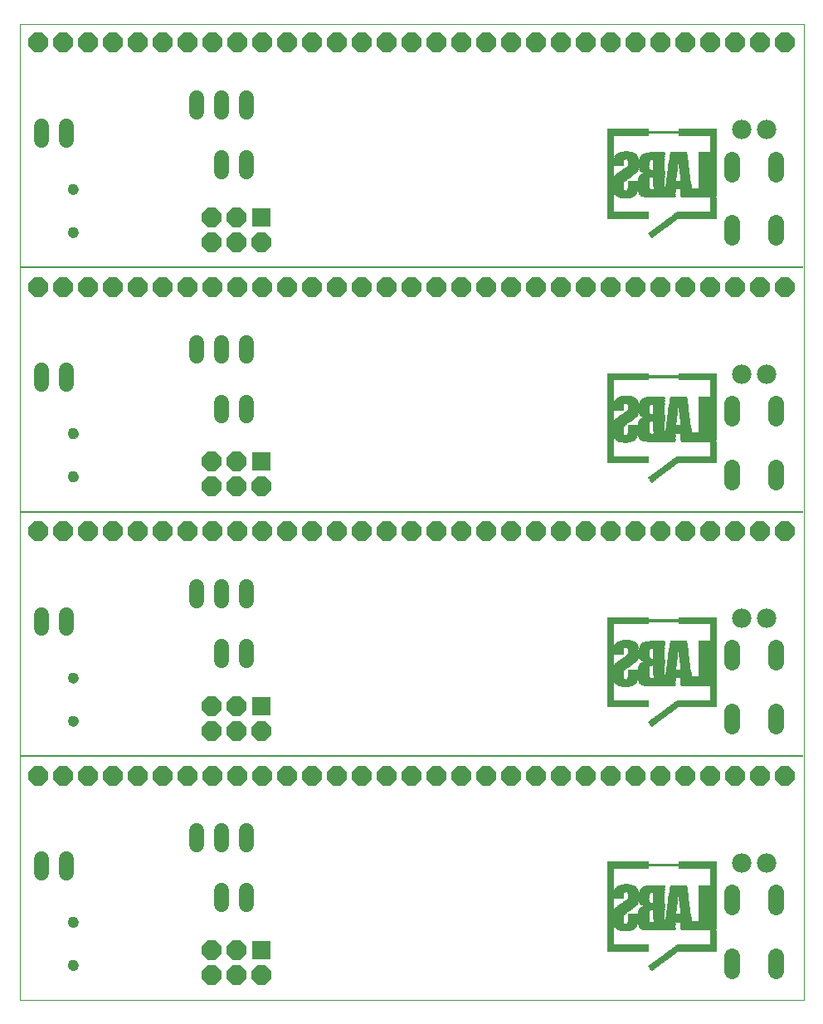
<source format=gbs>
G75*
G70*
%OFA0B0*%
%FSLAX24Y24*%
%IPPOS*%
%LPD*%
%AMOC8*
5,1,8,0,0,1.08239X$1,22.5*
%
%ADD10R,3.1500X0.0063*%
%ADD11R,3.1500X0.0062*%
%ADD12C,0.0000*%
%ADD13R,0.0780X0.0780*%
%ADD14OC8,0.0780*%
%ADD15C,0.0640*%
%ADD16C,0.0780*%
%ADD17C,0.0434*%
%ADD18OC8,0.0800*%
%ADD19C,0.0600*%
%ADD20R,0.0039X0.0013*%
%ADD21R,0.0065X0.0013*%
%ADD22R,0.0078X0.0013*%
%ADD23R,0.0117X0.0013*%
%ADD24R,0.0130X0.0013*%
%ADD25R,0.0169X0.0013*%
%ADD26R,0.0195X0.0013*%
%ADD27R,0.0221X0.0013*%
%ADD28R,0.0247X0.0013*%
%ADD29R,0.0273X0.0013*%
%ADD30R,0.0299X0.0013*%
%ADD31R,0.0325X0.0013*%
%ADD32R,0.0351X0.0013*%
%ADD33R,0.0377X0.0013*%
%ADD34R,0.0416X0.0013*%
%ADD35R,0.0429X0.0013*%
%ADD36R,0.1937X0.0013*%
%ADD37R,0.1664X0.0013*%
%ADD38R,0.1924X0.0013*%
%ADD39R,0.1898X0.0013*%
%ADD40R,0.1885X0.0013*%
%ADD41R,0.1859X0.0013*%
%ADD42R,0.1846X0.0013*%
%ADD43R,0.1820X0.0013*%
%ADD44R,0.1807X0.0013*%
%ADD45R,0.1781X0.0013*%
%ADD46R,0.1768X0.0013*%
%ADD47R,0.1755X0.0013*%
%ADD48R,0.1742X0.0013*%
%ADD49R,0.1716X0.0013*%
%ADD50R,0.1703X0.0013*%
%ADD51R,0.1677X0.0013*%
%ADD52R,0.1651X0.0013*%
%ADD53R,0.1625X0.0013*%
%ADD54R,0.1612X0.0013*%
%ADD55R,0.1586X0.0013*%
%ADD56R,0.0260X0.0013*%
%ADD57R,0.0247X0.0013*%
%ADD58R,0.0455X0.0013*%
%ADD59R,0.1430X0.0013*%
%ADD60R,0.1157X0.0013*%
%ADD61R,0.0520X0.0013*%
%ADD62R,0.1287X0.0013*%
%ADD63R,0.0585X0.0013*%
%ADD64R,0.1352X0.0013*%
%ADD65R,0.0637X0.0013*%
%ADD66R,0.1443X0.0013*%
%ADD67R,0.1378X0.0013*%
%ADD68R,0.0689X0.0013*%
%ADD69R,0.1404X0.0013*%
%ADD70R,0.0715X0.0013*%
%ADD71R,0.1417X0.0013*%
%ADD72R,0.0767X0.0013*%
%ADD73R,0.0793X0.0013*%
%ADD74R,0.0819X0.0013*%
%ADD75R,0.1456X0.0013*%
%ADD76R,0.0871X0.0013*%
%ADD77R,0.1469X0.0013*%
%ADD78R,0.0884X0.0013*%
%ADD79R,0.0897X0.0013*%
%ADD80R,0.1482X0.0013*%
%ADD81R,0.0923X0.0013*%
%ADD82R,0.1196X0.0013*%
%ADD83R,0.1495X0.0013*%
%ADD84R,0.1209X0.0013*%
%ADD85R,0.1508X0.0013*%
%ADD86R,0.1521X0.0013*%
%ADD87R,0.1222X0.0013*%
%ADD88R,0.2756X0.0013*%
%ADD89R,0.1989X0.0013*%
%ADD90R,0.1963X0.0013*%
%ADD91R,0.1950X0.0013*%
%ADD92R,0.0676X0.0013*%
%ADD93R,0.0663X0.0013*%
%ADD94R,0.0910X0.0013*%
%ADD95R,0.0936X0.0013*%
%ADD96R,0.2548X0.0013*%
%ADD97R,0.0650X0.0013*%
%ADD98R,0.0897X0.0013*%
%ADD99R,0.0884X0.0013*%
%ADD100R,0.1547X0.0013*%
%ADD101R,0.1053X0.0013*%
%ADD102R,0.0468X0.0013*%
%ADD103R,0.1040X0.0013*%
%ADD104R,0.1027X0.0013*%
%ADD105R,0.1014X0.0013*%
%ADD106R,0.1001X0.0013*%
%ADD107R,0.0702X0.0013*%
%ADD108R,0.0728X0.0013*%
%ADD109R,0.0741X0.0013*%
%ADD110R,0.0754X0.0013*%
%ADD111R,0.0780X0.0013*%
%ADD112R,0.0832X0.0013*%
%ADD113R,0.0468X0.0013*%
%ADD114R,0.0858X0.0013*%
%ADD115R,0.0871X0.0013*%
%ADD116R,0.0403X0.0013*%
%ADD117R,0.0481X0.0013*%
%ADD118R,0.0533X0.0013*%
%ADD119R,0.0728X0.0013*%
%ADD120R,0.1014X0.0013*%
%ADD121R,0.0741X0.0013*%
%ADD122R,0.0988X0.0013*%
%ADD123R,0.0975X0.0013*%
%ADD124R,0.0754X0.0013*%
%ADD125R,0.0949X0.0013*%
%ADD126R,0.0845X0.0013*%
%ADD127R,0.0390X0.0013*%
%ADD128R,0.0481X0.0013*%
%ADD129R,0.0442X0.0013*%
%ADD130R,0.0624X0.0013*%
%ADD131R,0.0611X0.0013*%
%ADD132R,0.0598X0.0013*%
%ADD133R,0.0572X0.0013*%
%ADD134R,0.1001X0.0013*%
%ADD135R,0.0858X0.0013*%
%ADD136R,0.0806X0.0013*%
%ADD137R,0.0988X0.0013*%
%ADD138R,0.0962X0.0013*%
%ADD139R,0.0624X0.0013*%
%ADD140R,0.0546X0.0013*%
%ADD141R,0.0364X0.0013*%
%ADD142R,0.0221X0.0013*%
%ADD143R,0.1521X0.0013*%
%ADD144R,0.4394X0.0013*%
D10*
X015952Y009922D03*
X015952Y029547D03*
D11*
X015952Y019735D03*
D12*
X000202Y039324D02*
X000202Y000141D01*
X031698Y000141D01*
X031698Y039324D01*
X000202Y039324D01*
X002148Y032695D02*
X002150Y032722D01*
X002156Y032749D01*
X002165Y032775D01*
X002178Y032799D01*
X002194Y032822D01*
X002213Y032841D01*
X002235Y032858D01*
X002259Y032872D01*
X002284Y032882D01*
X002311Y032889D01*
X002338Y032892D01*
X002366Y032891D01*
X002393Y032886D01*
X002419Y032878D01*
X002443Y032866D01*
X002466Y032850D01*
X002487Y032832D01*
X002504Y032811D01*
X002519Y032787D01*
X002530Y032762D01*
X002538Y032736D01*
X002542Y032709D01*
X002542Y032681D01*
X002538Y032654D01*
X002530Y032628D01*
X002519Y032603D01*
X002504Y032579D01*
X002487Y032558D01*
X002466Y032540D01*
X002444Y032524D01*
X002419Y032512D01*
X002393Y032504D01*
X002366Y032499D01*
X002338Y032498D01*
X002311Y032501D01*
X002284Y032508D01*
X002259Y032518D01*
X002235Y032532D01*
X002213Y032549D01*
X002194Y032568D01*
X002178Y032591D01*
X002165Y032615D01*
X002156Y032641D01*
X002150Y032668D01*
X002148Y032695D01*
X002148Y030962D02*
X002150Y030989D01*
X002156Y031016D01*
X002165Y031042D01*
X002178Y031066D01*
X002194Y031089D01*
X002213Y031108D01*
X002235Y031125D01*
X002259Y031139D01*
X002284Y031149D01*
X002311Y031156D01*
X002338Y031159D01*
X002366Y031158D01*
X002393Y031153D01*
X002419Y031145D01*
X002443Y031133D01*
X002466Y031117D01*
X002487Y031099D01*
X002504Y031078D01*
X002519Y031054D01*
X002530Y031029D01*
X002538Y031003D01*
X002542Y030976D01*
X002542Y030948D01*
X002538Y030921D01*
X002530Y030895D01*
X002519Y030870D01*
X002504Y030846D01*
X002487Y030825D01*
X002466Y030807D01*
X002444Y030791D01*
X002419Y030779D01*
X002393Y030771D01*
X002366Y030766D01*
X002338Y030765D01*
X002311Y030768D01*
X002284Y030775D01*
X002259Y030785D01*
X002235Y030799D01*
X002213Y030816D01*
X002194Y030835D01*
X002178Y030858D01*
X002165Y030882D01*
X002156Y030908D01*
X002150Y030935D01*
X002148Y030962D01*
X002148Y022882D02*
X002150Y022909D01*
X002156Y022936D01*
X002165Y022962D01*
X002178Y022986D01*
X002194Y023009D01*
X002213Y023028D01*
X002235Y023045D01*
X002259Y023059D01*
X002284Y023069D01*
X002311Y023076D01*
X002338Y023079D01*
X002366Y023078D01*
X002393Y023073D01*
X002419Y023065D01*
X002443Y023053D01*
X002466Y023037D01*
X002487Y023019D01*
X002504Y022998D01*
X002519Y022974D01*
X002530Y022949D01*
X002538Y022923D01*
X002542Y022896D01*
X002542Y022868D01*
X002538Y022841D01*
X002530Y022815D01*
X002519Y022790D01*
X002504Y022766D01*
X002487Y022745D01*
X002466Y022727D01*
X002444Y022711D01*
X002419Y022699D01*
X002393Y022691D01*
X002366Y022686D01*
X002338Y022685D01*
X002311Y022688D01*
X002284Y022695D01*
X002259Y022705D01*
X002235Y022719D01*
X002213Y022736D01*
X002194Y022755D01*
X002178Y022778D01*
X002165Y022802D01*
X002156Y022828D01*
X002150Y022855D01*
X002148Y022882D01*
X002148Y021150D02*
X002150Y021177D01*
X002156Y021204D01*
X002165Y021230D01*
X002178Y021254D01*
X002194Y021277D01*
X002213Y021296D01*
X002235Y021313D01*
X002259Y021327D01*
X002284Y021337D01*
X002311Y021344D01*
X002338Y021347D01*
X002366Y021346D01*
X002393Y021341D01*
X002419Y021333D01*
X002443Y021321D01*
X002466Y021305D01*
X002487Y021287D01*
X002504Y021266D01*
X002519Y021242D01*
X002530Y021217D01*
X002538Y021191D01*
X002542Y021164D01*
X002542Y021136D01*
X002538Y021109D01*
X002530Y021083D01*
X002519Y021058D01*
X002504Y021034D01*
X002487Y021013D01*
X002466Y020995D01*
X002444Y020979D01*
X002419Y020967D01*
X002393Y020959D01*
X002366Y020954D01*
X002338Y020953D01*
X002311Y020956D01*
X002284Y020963D01*
X002259Y020973D01*
X002235Y020987D01*
X002213Y021004D01*
X002194Y021023D01*
X002178Y021046D01*
X002165Y021070D01*
X002156Y021096D01*
X002150Y021123D01*
X002148Y021150D01*
X002148Y013070D02*
X002150Y013097D01*
X002156Y013124D01*
X002165Y013150D01*
X002178Y013174D01*
X002194Y013197D01*
X002213Y013216D01*
X002235Y013233D01*
X002259Y013247D01*
X002284Y013257D01*
X002311Y013264D01*
X002338Y013267D01*
X002366Y013266D01*
X002393Y013261D01*
X002419Y013253D01*
X002443Y013241D01*
X002466Y013225D01*
X002487Y013207D01*
X002504Y013186D01*
X002519Y013162D01*
X002530Y013137D01*
X002538Y013111D01*
X002542Y013084D01*
X002542Y013056D01*
X002538Y013029D01*
X002530Y013003D01*
X002519Y012978D01*
X002504Y012954D01*
X002487Y012933D01*
X002466Y012915D01*
X002444Y012899D01*
X002419Y012887D01*
X002393Y012879D01*
X002366Y012874D01*
X002338Y012873D01*
X002311Y012876D01*
X002284Y012883D01*
X002259Y012893D01*
X002235Y012907D01*
X002213Y012924D01*
X002194Y012943D01*
X002178Y012966D01*
X002165Y012990D01*
X002156Y013016D01*
X002150Y013043D01*
X002148Y013070D01*
X002148Y011337D02*
X002150Y011364D01*
X002156Y011391D01*
X002165Y011417D01*
X002178Y011441D01*
X002194Y011464D01*
X002213Y011483D01*
X002235Y011500D01*
X002259Y011514D01*
X002284Y011524D01*
X002311Y011531D01*
X002338Y011534D01*
X002366Y011533D01*
X002393Y011528D01*
X002419Y011520D01*
X002443Y011508D01*
X002466Y011492D01*
X002487Y011474D01*
X002504Y011453D01*
X002519Y011429D01*
X002530Y011404D01*
X002538Y011378D01*
X002542Y011351D01*
X002542Y011323D01*
X002538Y011296D01*
X002530Y011270D01*
X002519Y011245D01*
X002504Y011221D01*
X002487Y011200D01*
X002466Y011182D01*
X002444Y011166D01*
X002419Y011154D01*
X002393Y011146D01*
X002366Y011141D01*
X002338Y011140D01*
X002311Y011143D01*
X002284Y011150D01*
X002259Y011160D01*
X002235Y011174D01*
X002213Y011191D01*
X002194Y011210D01*
X002178Y011233D01*
X002165Y011257D01*
X002156Y011283D01*
X002150Y011310D01*
X002148Y011337D01*
X002148Y003257D02*
X002150Y003284D01*
X002156Y003311D01*
X002165Y003337D01*
X002178Y003361D01*
X002194Y003384D01*
X002213Y003403D01*
X002235Y003420D01*
X002259Y003434D01*
X002284Y003444D01*
X002311Y003451D01*
X002338Y003454D01*
X002366Y003453D01*
X002393Y003448D01*
X002419Y003440D01*
X002443Y003428D01*
X002466Y003412D01*
X002487Y003394D01*
X002504Y003373D01*
X002519Y003349D01*
X002530Y003324D01*
X002538Y003298D01*
X002542Y003271D01*
X002542Y003243D01*
X002538Y003216D01*
X002530Y003190D01*
X002519Y003165D01*
X002504Y003141D01*
X002487Y003120D01*
X002466Y003102D01*
X002444Y003086D01*
X002419Y003074D01*
X002393Y003066D01*
X002366Y003061D01*
X002338Y003060D01*
X002311Y003063D01*
X002284Y003070D01*
X002259Y003080D01*
X002235Y003094D01*
X002213Y003111D01*
X002194Y003130D01*
X002178Y003153D01*
X002165Y003177D01*
X002156Y003203D01*
X002150Y003230D01*
X002148Y003257D01*
X002148Y001525D02*
X002150Y001552D01*
X002156Y001579D01*
X002165Y001605D01*
X002178Y001629D01*
X002194Y001652D01*
X002213Y001671D01*
X002235Y001688D01*
X002259Y001702D01*
X002284Y001712D01*
X002311Y001719D01*
X002338Y001722D01*
X002366Y001721D01*
X002393Y001716D01*
X002419Y001708D01*
X002443Y001696D01*
X002466Y001680D01*
X002487Y001662D01*
X002504Y001641D01*
X002519Y001617D01*
X002530Y001592D01*
X002538Y001566D01*
X002542Y001539D01*
X002542Y001511D01*
X002538Y001484D01*
X002530Y001458D01*
X002519Y001433D01*
X002504Y001409D01*
X002487Y001388D01*
X002466Y001370D01*
X002444Y001354D01*
X002419Y001342D01*
X002393Y001334D01*
X002366Y001329D01*
X002338Y001328D01*
X002311Y001331D01*
X002284Y001338D01*
X002259Y001348D01*
X002235Y001362D01*
X002213Y001379D01*
X002194Y001398D01*
X002178Y001421D01*
X002165Y001445D01*
X002156Y001471D01*
X002150Y001498D01*
X002148Y001525D01*
D13*
X009902Y002131D03*
X009902Y011944D03*
X009902Y021756D03*
X009902Y031569D03*
D14*
X009902Y030569D03*
X008902Y030569D03*
X008902Y031569D03*
X007902Y031569D03*
X007902Y030569D03*
X007902Y021756D03*
X008902Y021756D03*
X008902Y020756D03*
X007902Y020756D03*
X009902Y020756D03*
X008902Y011944D03*
X008902Y010944D03*
X007902Y010944D03*
X007902Y011944D03*
X009902Y010944D03*
X008902Y002131D03*
X008902Y001131D03*
X007902Y001131D03*
X007902Y002131D03*
X009902Y001131D03*
D15*
X028812Y001311D02*
X028812Y001911D01*
X028812Y003871D02*
X028812Y004471D01*
X030592Y004471D02*
X030592Y003871D01*
X030592Y001911D02*
X030592Y001311D01*
X030592Y011124D02*
X030592Y011724D01*
X030592Y013684D02*
X030592Y014284D01*
X028812Y014284D02*
X028812Y013684D01*
X028812Y011724D02*
X028812Y011124D01*
X028812Y020936D02*
X028812Y021536D01*
X028812Y023496D02*
X028812Y024096D01*
X030592Y024096D02*
X030592Y023496D01*
X030592Y021536D02*
X030592Y020936D01*
X030592Y030749D02*
X030592Y031349D01*
X030592Y033309D02*
X030592Y033909D01*
X028812Y033909D02*
X028812Y033309D01*
X028812Y031349D02*
X028812Y030749D01*
D16*
X029202Y035079D03*
X030202Y035079D03*
X030202Y025266D03*
X029202Y025266D03*
X029202Y015454D03*
X030202Y015454D03*
X030202Y005641D03*
X029202Y005641D03*
D17*
X002345Y003257D03*
X002345Y001525D03*
X002345Y011337D03*
X002345Y013070D03*
X002345Y021150D03*
X002345Y022882D03*
X002345Y030962D03*
X002345Y032695D03*
D18*
X001952Y028766D03*
X002952Y028766D03*
X003952Y028766D03*
X004952Y028766D03*
X005952Y028766D03*
X006952Y028766D03*
X007952Y028766D03*
X008952Y028766D03*
X009952Y028766D03*
X010952Y028766D03*
X011952Y028766D03*
X012952Y028766D03*
X013952Y028766D03*
X014952Y028766D03*
X015952Y028766D03*
X016952Y028766D03*
X017952Y028766D03*
X018952Y028766D03*
X019952Y028766D03*
X020952Y028766D03*
X021952Y028766D03*
X022952Y028766D03*
X023952Y028766D03*
X024952Y028766D03*
X025952Y028766D03*
X026952Y028766D03*
X027952Y028766D03*
X028952Y028766D03*
X029952Y028766D03*
X030952Y028766D03*
X030952Y018954D03*
X029952Y018954D03*
X028952Y018954D03*
X027952Y018954D03*
X026952Y018954D03*
X025952Y018954D03*
X024952Y018954D03*
X023952Y018954D03*
X022952Y018954D03*
X021952Y018954D03*
X020952Y018954D03*
X019952Y018954D03*
X018952Y018954D03*
X017952Y018954D03*
X016952Y018954D03*
X015952Y018954D03*
X014952Y018954D03*
X013952Y018954D03*
X012952Y018954D03*
X011952Y018954D03*
X010952Y018954D03*
X009952Y018954D03*
X008952Y018954D03*
X007952Y018954D03*
X006952Y018954D03*
X005952Y018954D03*
X004952Y018954D03*
X003952Y018954D03*
X002952Y018954D03*
X001952Y018954D03*
X000952Y018954D03*
X000952Y028766D03*
X000952Y038579D03*
X001952Y038579D03*
X002952Y038579D03*
X003952Y038579D03*
X004952Y038579D03*
X005952Y038579D03*
X006952Y038579D03*
X007952Y038579D03*
X008952Y038579D03*
X009952Y038579D03*
X010952Y038579D03*
X011952Y038579D03*
X012952Y038579D03*
X013952Y038579D03*
X014952Y038579D03*
X015952Y038579D03*
X016952Y038579D03*
X017952Y038579D03*
X018952Y038579D03*
X019952Y038579D03*
X020952Y038579D03*
X021952Y038579D03*
X022952Y038579D03*
X023952Y038579D03*
X024952Y038579D03*
X025952Y038579D03*
X026952Y038579D03*
X027952Y038579D03*
X028952Y038579D03*
X029952Y038579D03*
X030952Y038579D03*
X030952Y009141D03*
X029952Y009141D03*
X028952Y009141D03*
X027952Y009141D03*
X026952Y009141D03*
X025952Y009141D03*
X024952Y009141D03*
X023952Y009141D03*
X022952Y009141D03*
X021952Y009141D03*
X020952Y009141D03*
X019952Y009141D03*
X018952Y009141D03*
X017952Y009141D03*
X016952Y009141D03*
X015952Y009141D03*
X014952Y009141D03*
X013952Y009141D03*
X012952Y009141D03*
X011952Y009141D03*
X010952Y009141D03*
X009952Y009141D03*
X008952Y009141D03*
X007952Y009141D03*
X006952Y009141D03*
X005952Y009141D03*
X004952Y009141D03*
X003952Y009141D03*
X002952Y009141D03*
X001952Y009141D03*
X000952Y009141D03*
D19*
X001077Y005796D02*
X001077Y005236D01*
X002077Y005236D02*
X002077Y005796D01*
X007312Y006356D02*
X007312Y006916D01*
X008312Y006916D02*
X008312Y006356D01*
X009312Y006356D02*
X009312Y006916D01*
X009322Y004516D02*
X009322Y003956D01*
X008322Y003956D02*
X008322Y004516D01*
X008322Y013769D02*
X008322Y014329D01*
X009322Y014329D02*
X009322Y013769D01*
X009312Y016169D02*
X009312Y016729D01*
X008312Y016729D02*
X008312Y016169D01*
X007312Y016169D02*
X007312Y016729D01*
X002077Y015609D02*
X002077Y015049D01*
X001077Y015049D02*
X001077Y015609D01*
X001077Y024861D02*
X001077Y025421D01*
X002077Y025421D02*
X002077Y024861D01*
X007312Y025981D02*
X007312Y026541D01*
X008312Y026541D02*
X008312Y025981D01*
X009312Y025981D02*
X009312Y026541D01*
X009322Y024141D02*
X009322Y023581D01*
X008322Y023581D02*
X008322Y024141D01*
X008322Y033394D02*
X008322Y033954D01*
X009322Y033954D02*
X009322Y033394D01*
X009312Y035794D02*
X009312Y036354D01*
X008312Y036354D02*
X008312Y035794D01*
X007312Y035794D02*
X007312Y036354D01*
X002077Y035234D02*
X002077Y034674D01*
X001077Y034674D02*
X001077Y035234D01*
D20*
X025602Y030717D03*
X025602Y020904D03*
X025602Y011092D03*
X025602Y001279D03*
D21*
X025602Y001292D03*
X025602Y011105D03*
X025602Y020917D03*
X025602Y030730D03*
D22*
X025608Y030743D03*
X025608Y020930D03*
X025608Y011118D03*
X025608Y001305D03*
D23*
X025615Y001318D03*
X025615Y011131D03*
X025615Y020943D03*
X025615Y030756D03*
D24*
X025621Y030769D03*
X025621Y020956D03*
X025621Y011144D03*
X025621Y001331D03*
D25*
X025628Y001344D03*
X025628Y011157D03*
X025628Y020969D03*
X025628Y030782D03*
D26*
X025628Y030795D03*
X024536Y032316D03*
X024536Y022503D03*
X025628Y020982D03*
X024536Y012691D03*
X025628Y011170D03*
X024536Y002878D03*
X025628Y001357D03*
D27*
X025628Y001370D03*
X025628Y011183D03*
X025628Y020995D03*
X025628Y030808D03*
D28*
X025641Y030821D03*
X025641Y021008D03*
X025641Y011196D03*
X025641Y001383D03*
D29*
X025641Y001396D03*
X025641Y011209D03*
X025641Y021021D03*
X025641Y030834D03*
D30*
X025641Y030847D03*
X025641Y021034D03*
X025641Y011222D03*
X025641Y001409D03*
D31*
X025654Y001422D03*
X025654Y011235D03*
X025654Y021047D03*
X025654Y030860D03*
D32*
X025654Y030873D03*
X024536Y032329D03*
X024536Y022516D03*
X025654Y021060D03*
X024536Y012704D03*
X025654Y011248D03*
X024536Y002891D03*
X025654Y001435D03*
D33*
X025654Y001448D03*
X026460Y004204D03*
X026460Y004217D03*
X026460Y004230D03*
X026460Y004243D03*
X026460Y004256D03*
X025654Y011261D03*
X026460Y014017D03*
X026460Y014030D03*
X026460Y014043D03*
X026460Y014056D03*
X026460Y014069D03*
X025654Y021073D03*
X026460Y023829D03*
X026460Y023842D03*
X026460Y023855D03*
X026460Y023868D03*
X026460Y023881D03*
X025654Y030886D03*
X026460Y033642D03*
X026460Y033655D03*
X026460Y033668D03*
X026460Y033681D03*
X026460Y033694D03*
D34*
X026414Y033291D03*
X026414Y033278D03*
X026401Y033200D03*
X026401Y033187D03*
X026401Y033174D03*
X026401Y033161D03*
X026401Y033148D03*
X026388Y033109D03*
X026388Y033096D03*
X026388Y033083D03*
X026388Y033070D03*
X026388Y033057D03*
X026388Y033044D03*
X026375Y033018D03*
X026375Y033005D03*
X026947Y033083D03*
X026947Y033096D03*
X026947Y033109D03*
X026947Y033122D03*
X026947Y033135D03*
X026947Y033148D03*
X026947Y033161D03*
X026934Y033213D03*
X026934Y033226D03*
X026934Y033239D03*
X026934Y033252D03*
X026934Y033265D03*
X026921Y033317D03*
X026921Y033330D03*
X026921Y033343D03*
X026921Y033356D03*
X026908Y033421D03*
X026908Y033434D03*
X026908Y033447D03*
X026895Y033525D03*
X026895Y033538D03*
X026895Y033551D03*
X026882Y033616D03*
X026882Y033629D03*
X026882Y033642D03*
X026882Y033655D03*
X026960Y033070D03*
X026960Y033057D03*
X026960Y033044D03*
X026960Y033031D03*
X026960Y033018D03*
X026960Y033005D03*
X026427Y031471D03*
X026375Y031432D03*
X026323Y031393D03*
X026219Y031315D03*
X026167Y031276D03*
X025972Y031133D03*
X025842Y031042D03*
X025660Y030899D03*
X026882Y023842D03*
X026882Y023829D03*
X026882Y023816D03*
X026882Y023803D03*
X026895Y023738D03*
X026895Y023725D03*
X026895Y023712D03*
X026908Y023634D03*
X026908Y023621D03*
X026908Y023608D03*
X026921Y023543D03*
X026921Y023530D03*
X026921Y023517D03*
X026921Y023504D03*
X026934Y023452D03*
X026934Y023439D03*
X026934Y023426D03*
X026934Y023413D03*
X026934Y023400D03*
X026947Y023348D03*
X026947Y023335D03*
X026947Y023322D03*
X026947Y023309D03*
X026947Y023296D03*
X026947Y023283D03*
X026947Y023270D03*
X026960Y023257D03*
X026960Y023244D03*
X026960Y023231D03*
X026960Y023218D03*
X026960Y023205D03*
X026960Y023192D03*
X026388Y023231D03*
X026388Y023244D03*
X026388Y023257D03*
X026388Y023270D03*
X026388Y023283D03*
X026388Y023296D03*
X026401Y023335D03*
X026401Y023348D03*
X026401Y023361D03*
X026401Y023374D03*
X026401Y023387D03*
X026414Y023465D03*
X026414Y023478D03*
X026375Y023205D03*
X026375Y023192D03*
X026427Y021658D03*
X026375Y021619D03*
X026323Y021580D03*
X026219Y021502D03*
X026167Y021463D03*
X025972Y021320D03*
X025842Y021229D03*
X025660Y021086D03*
X026882Y014030D03*
X026882Y014017D03*
X026882Y014004D03*
X026882Y013991D03*
X026895Y013926D03*
X026895Y013913D03*
X026895Y013900D03*
X026908Y013822D03*
X026908Y013809D03*
X026908Y013796D03*
X026921Y013731D03*
X026921Y013718D03*
X026921Y013705D03*
X026921Y013692D03*
X026934Y013640D03*
X026934Y013627D03*
X026934Y013614D03*
X026934Y013601D03*
X026934Y013588D03*
X026947Y013536D03*
X026947Y013523D03*
X026947Y013510D03*
X026947Y013497D03*
X026947Y013484D03*
X026947Y013471D03*
X026947Y013458D03*
X026960Y013445D03*
X026960Y013432D03*
X026960Y013419D03*
X026960Y013406D03*
X026960Y013393D03*
X026960Y013380D03*
X026388Y013419D03*
X026388Y013432D03*
X026388Y013445D03*
X026388Y013458D03*
X026388Y013471D03*
X026388Y013484D03*
X026401Y013523D03*
X026401Y013536D03*
X026401Y013549D03*
X026401Y013562D03*
X026401Y013575D03*
X026414Y013653D03*
X026414Y013666D03*
X026375Y013393D03*
X026375Y013380D03*
X026427Y011846D03*
X026375Y011807D03*
X026323Y011768D03*
X026219Y011690D03*
X026167Y011651D03*
X025972Y011508D03*
X025842Y011417D03*
X025660Y011274D03*
X026882Y004217D03*
X026882Y004204D03*
X026882Y004191D03*
X026882Y004178D03*
X026895Y004113D03*
X026895Y004100D03*
X026895Y004087D03*
X026908Y004009D03*
X026908Y003996D03*
X026908Y003983D03*
X026921Y003918D03*
X026921Y003905D03*
X026921Y003892D03*
X026921Y003879D03*
X026934Y003827D03*
X026934Y003814D03*
X026934Y003801D03*
X026934Y003788D03*
X026934Y003775D03*
X026947Y003723D03*
X026947Y003710D03*
X026947Y003697D03*
X026947Y003684D03*
X026947Y003671D03*
X026947Y003658D03*
X026947Y003645D03*
X026960Y003632D03*
X026960Y003619D03*
X026960Y003606D03*
X026960Y003593D03*
X026960Y003580D03*
X026960Y003567D03*
X026388Y003606D03*
X026388Y003619D03*
X026388Y003632D03*
X026388Y003645D03*
X026388Y003658D03*
X026388Y003671D03*
X026401Y003710D03*
X026401Y003723D03*
X026401Y003736D03*
X026401Y003749D03*
X026401Y003762D03*
X026414Y003840D03*
X026414Y003853D03*
X026375Y003580D03*
X026375Y003567D03*
X026427Y002033D03*
X026375Y001994D03*
X026323Y001955D03*
X026219Y001877D03*
X026167Y001838D03*
X025972Y001695D03*
X025842Y001604D03*
X025660Y001461D03*
D35*
X025667Y001474D03*
X025693Y001487D03*
X025706Y001500D03*
X025719Y001513D03*
X025745Y001526D03*
X025758Y001539D03*
X025771Y001552D03*
X025797Y001565D03*
X025810Y001578D03*
X025823Y001591D03*
X025862Y001617D03*
X025875Y001630D03*
X025901Y001643D03*
X025914Y001656D03*
X025927Y001669D03*
X025953Y001682D03*
X025992Y001708D03*
X026005Y001721D03*
X026031Y001734D03*
X026044Y001747D03*
X026057Y001760D03*
X026083Y001773D03*
X026096Y001786D03*
X026109Y001799D03*
X026135Y001812D03*
X026148Y001825D03*
X026187Y001851D03*
X026200Y001864D03*
X026239Y001890D03*
X026252Y001903D03*
X026265Y001916D03*
X026291Y001929D03*
X026304Y001942D03*
X026343Y001968D03*
X026356Y001981D03*
X026395Y002007D03*
X026408Y002020D03*
X026447Y002046D03*
X026460Y002059D03*
X026382Y003593D03*
X025303Y004048D03*
X025303Y004061D03*
X024861Y004373D03*
X024861Y004386D03*
X025667Y011287D03*
X025693Y011300D03*
X025706Y011313D03*
X025719Y011326D03*
X025745Y011339D03*
X025758Y011352D03*
X025771Y011365D03*
X025797Y011378D03*
X025810Y011391D03*
X025823Y011404D03*
X025862Y011430D03*
X025875Y011443D03*
X025901Y011456D03*
X025914Y011469D03*
X025927Y011482D03*
X025953Y011495D03*
X025992Y011521D03*
X026005Y011534D03*
X026031Y011547D03*
X026044Y011560D03*
X026057Y011573D03*
X026083Y011586D03*
X026096Y011599D03*
X026109Y011612D03*
X026135Y011625D03*
X026148Y011638D03*
X026187Y011664D03*
X026200Y011677D03*
X026239Y011703D03*
X026252Y011716D03*
X026265Y011729D03*
X026291Y011742D03*
X026304Y011755D03*
X026343Y011781D03*
X026356Y011794D03*
X026395Y011820D03*
X026408Y011833D03*
X026447Y011859D03*
X026460Y011872D03*
X026382Y013406D03*
X025303Y013861D03*
X025303Y013874D03*
X024861Y014186D03*
X024861Y014199D03*
X025667Y021099D03*
X025693Y021112D03*
X025706Y021125D03*
X025719Y021138D03*
X025745Y021151D03*
X025758Y021164D03*
X025771Y021177D03*
X025797Y021190D03*
X025810Y021203D03*
X025823Y021216D03*
X025862Y021242D03*
X025875Y021255D03*
X025901Y021268D03*
X025914Y021281D03*
X025927Y021294D03*
X025953Y021307D03*
X025992Y021333D03*
X026005Y021346D03*
X026031Y021359D03*
X026044Y021372D03*
X026057Y021385D03*
X026083Y021398D03*
X026096Y021411D03*
X026109Y021424D03*
X026135Y021437D03*
X026148Y021450D03*
X026187Y021476D03*
X026200Y021489D03*
X026239Y021515D03*
X026252Y021528D03*
X026265Y021541D03*
X026291Y021554D03*
X026304Y021567D03*
X026343Y021593D03*
X026356Y021606D03*
X026395Y021632D03*
X026408Y021645D03*
X026447Y021671D03*
X026460Y021684D03*
X026382Y023218D03*
X025303Y023673D03*
X025303Y023686D03*
X024861Y023998D03*
X024861Y024011D03*
X025667Y030912D03*
X025693Y030925D03*
X025706Y030938D03*
X025719Y030951D03*
X025745Y030964D03*
X025758Y030977D03*
X025771Y030990D03*
X025797Y031003D03*
X025810Y031016D03*
X025823Y031029D03*
X025862Y031055D03*
X025875Y031068D03*
X025901Y031081D03*
X025914Y031094D03*
X025927Y031107D03*
X025953Y031120D03*
X025992Y031146D03*
X026005Y031159D03*
X026031Y031172D03*
X026044Y031185D03*
X026057Y031198D03*
X026083Y031211D03*
X026096Y031224D03*
X026109Y031237D03*
X026135Y031250D03*
X026148Y031263D03*
X026187Y031289D03*
X026200Y031302D03*
X026239Y031328D03*
X026252Y031341D03*
X026265Y031354D03*
X026291Y031367D03*
X026304Y031380D03*
X026343Y031406D03*
X026356Y031419D03*
X026395Y031445D03*
X026408Y031458D03*
X026447Y031484D03*
X026460Y031497D03*
X026382Y033031D03*
X025303Y033486D03*
X025303Y033499D03*
X024861Y033811D03*
X024861Y033824D03*
D36*
X027240Y031510D03*
X027240Y021697D03*
X027240Y011885D03*
X027240Y002072D03*
D37*
X027376Y002267D03*
X024646Y002280D03*
X024646Y002267D03*
X024646Y002254D03*
X024646Y002241D03*
X024646Y002228D03*
X024646Y002215D03*
X024646Y002202D03*
X024646Y002189D03*
X024646Y002176D03*
X024646Y002163D03*
X024646Y002150D03*
X024646Y002137D03*
X024646Y002124D03*
X024646Y002111D03*
X024646Y002098D03*
X024646Y002085D03*
X024646Y002072D03*
X024646Y002293D03*
X024646Y002306D03*
X024646Y002319D03*
X024646Y005400D03*
X024646Y005413D03*
X024646Y005426D03*
X024646Y005439D03*
X024646Y005452D03*
X024646Y005465D03*
X024646Y005582D03*
X024646Y005595D03*
X024646Y005608D03*
X024646Y005621D03*
X024646Y005634D03*
X024646Y005647D03*
X024646Y011885D03*
X024646Y011898D03*
X024646Y011911D03*
X024646Y011924D03*
X024646Y011937D03*
X024646Y011950D03*
X024646Y011963D03*
X024646Y011976D03*
X024646Y011989D03*
X024646Y012002D03*
X024646Y012015D03*
X024646Y012028D03*
X024646Y012041D03*
X024646Y012054D03*
X024646Y012067D03*
X024646Y012080D03*
X024646Y012093D03*
X024646Y012106D03*
X024646Y012119D03*
X024646Y012132D03*
X027376Y012080D03*
X024646Y015213D03*
X024646Y015226D03*
X024646Y015239D03*
X024646Y015252D03*
X024646Y015265D03*
X024646Y015278D03*
X024646Y015395D03*
X024646Y015408D03*
X024646Y015421D03*
X024646Y015434D03*
X024646Y015447D03*
X024646Y015460D03*
X024646Y021697D03*
X024646Y021710D03*
X024646Y021723D03*
X024646Y021736D03*
X024646Y021749D03*
X024646Y021762D03*
X024646Y021775D03*
X024646Y021788D03*
X024646Y021801D03*
X024646Y021814D03*
X024646Y021827D03*
X024646Y021840D03*
X024646Y021853D03*
X024646Y021866D03*
X024646Y021879D03*
X024646Y021892D03*
X024646Y021905D03*
X024646Y021918D03*
X024646Y021931D03*
X024646Y021944D03*
X027376Y021892D03*
X024646Y025025D03*
X024646Y025038D03*
X024646Y025051D03*
X024646Y025064D03*
X024646Y025077D03*
X024646Y025090D03*
X024646Y025207D03*
X024646Y025220D03*
X024646Y025233D03*
X024646Y025246D03*
X024646Y025259D03*
X024646Y025272D03*
X024646Y031510D03*
X024646Y031523D03*
X024646Y031536D03*
X024646Y031549D03*
X024646Y031562D03*
X024646Y031575D03*
X024646Y031588D03*
X024646Y031601D03*
X024646Y031614D03*
X024646Y031627D03*
X024646Y031640D03*
X024646Y031653D03*
X024646Y031666D03*
X024646Y031679D03*
X024646Y031692D03*
X024646Y031705D03*
X024646Y031718D03*
X024646Y031731D03*
X024646Y031744D03*
X024646Y031757D03*
X024646Y034838D03*
X024646Y034851D03*
X024646Y034864D03*
X024646Y034877D03*
X024646Y034890D03*
X024646Y034903D03*
X024646Y035020D03*
X024646Y035033D03*
X024646Y035046D03*
X024646Y035059D03*
X024646Y035072D03*
X024646Y035085D03*
X027376Y031705D03*
D38*
X027246Y031523D03*
X027246Y021710D03*
X027246Y011898D03*
X027246Y002085D03*
D39*
X027259Y002098D03*
X027259Y011911D03*
X027259Y021723D03*
X027259Y031536D03*
D40*
X027266Y031549D03*
X027266Y021736D03*
X027266Y011924D03*
X027266Y002111D03*
D41*
X027279Y002124D03*
X027279Y011937D03*
X027279Y021749D03*
X027279Y031562D03*
D42*
X027285Y031575D03*
X027285Y021762D03*
X027285Y011950D03*
X027285Y002137D03*
D43*
X027298Y002150D03*
X027298Y011963D03*
X027298Y021775D03*
X027298Y031588D03*
D44*
X027305Y031601D03*
X027305Y021788D03*
X027305Y011976D03*
X027305Y002163D03*
D45*
X027318Y002176D03*
X027318Y011989D03*
X027318Y021801D03*
X027318Y031614D03*
D46*
X027324Y031627D03*
X027324Y021814D03*
X027324Y012002D03*
X027324Y002189D03*
D47*
X027331Y002202D03*
X027331Y012015D03*
X027331Y021827D03*
X027331Y031640D03*
D48*
X027337Y031653D03*
X027337Y021840D03*
X027337Y012028D03*
X027337Y002215D03*
D49*
X027350Y002228D03*
X027350Y012041D03*
X027350Y021853D03*
X027350Y031666D03*
D50*
X027357Y031679D03*
X027357Y021866D03*
X027357Y012054D03*
X027357Y002241D03*
D51*
X027370Y002254D03*
X027370Y012067D03*
X027370Y021879D03*
X027370Y031692D03*
D52*
X027383Y031718D03*
X027383Y021905D03*
X027383Y012093D03*
X027383Y002280D03*
D53*
X027396Y002293D03*
X027396Y012106D03*
X027396Y021918D03*
X027396Y031731D03*
D54*
X027402Y031744D03*
X027402Y021931D03*
X027402Y012119D03*
X027402Y002306D03*
D55*
X027415Y002319D03*
X027415Y012132D03*
X027415Y021944D03*
X027415Y031757D03*
D56*
X028078Y031770D03*
X028078Y031783D03*
X028078Y031796D03*
X028078Y031809D03*
X028078Y031822D03*
X028078Y031835D03*
X028078Y031848D03*
X028078Y031861D03*
X028078Y031874D03*
X028078Y031887D03*
X028078Y031900D03*
X028078Y031913D03*
X028078Y031926D03*
X028078Y031939D03*
X028078Y031952D03*
X028078Y031965D03*
X028078Y031978D03*
X028078Y031991D03*
X028078Y032004D03*
X028078Y032017D03*
X028078Y032030D03*
X028078Y032043D03*
X028078Y032056D03*
X028078Y032069D03*
X028078Y032082D03*
X028078Y032095D03*
X028078Y032108D03*
X028078Y032121D03*
X028078Y032134D03*
X028078Y032147D03*
X028078Y032160D03*
X028078Y032173D03*
X028078Y032186D03*
X028078Y032199D03*
X028078Y032212D03*
X028078Y032225D03*
X028078Y032238D03*
X028078Y032251D03*
X028078Y032264D03*
X028078Y032277D03*
X028078Y032290D03*
X028078Y032303D03*
X028078Y032316D03*
X028078Y032329D03*
X028078Y032342D03*
X028078Y034162D03*
X028078Y034175D03*
X028078Y034188D03*
X028078Y034201D03*
X028078Y034214D03*
X028078Y034227D03*
X028078Y034240D03*
X028078Y034253D03*
X028078Y034266D03*
X028078Y034279D03*
X028078Y034292D03*
X028078Y034305D03*
X028078Y034318D03*
X028078Y034331D03*
X028078Y034344D03*
X028078Y034357D03*
X028078Y034370D03*
X028078Y034383D03*
X028078Y034396D03*
X028078Y034409D03*
X028078Y034422D03*
X028078Y034435D03*
X028078Y034448D03*
X028078Y034461D03*
X028078Y034474D03*
X028078Y034487D03*
X028078Y034500D03*
X028078Y034513D03*
X028078Y034526D03*
X028078Y034539D03*
X028078Y034552D03*
X028078Y034565D03*
X028078Y034578D03*
X028078Y034591D03*
X028078Y034604D03*
X028078Y034617D03*
X028078Y034630D03*
X028078Y034643D03*
X028078Y034656D03*
X028078Y034669D03*
X028078Y034682D03*
X028078Y034695D03*
X028078Y034708D03*
X028078Y034721D03*
X028078Y034734D03*
X028078Y034747D03*
X028078Y034760D03*
X028078Y034773D03*
X028078Y034786D03*
X028078Y034799D03*
X028078Y034812D03*
X028078Y034825D03*
X028078Y025012D03*
X028078Y024999D03*
X028078Y024986D03*
X028078Y024973D03*
X028078Y024960D03*
X028078Y024947D03*
X028078Y024934D03*
X028078Y024921D03*
X028078Y024908D03*
X028078Y024895D03*
X028078Y024882D03*
X028078Y024869D03*
X028078Y024856D03*
X028078Y024843D03*
X028078Y024830D03*
X028078Y024817D03*
X028078Y024804D03*
X028078Y024791D03*
X028078Y024778D03*
X028078Y024765D03*
X028078Y024752D03*
X028078Y024739D03*
X028078Y024726D03*
X028078Y024713D03*
X028078Y024700D03*
X028078Y024687D03*
X028078Y024674D03*
X028078Y024661D03*
X028078Y024648D03*
X028078Y024635D03*
X028078Y024622D03*
X028078Y024609D03*
X028078Y024596D03*
X028078Y024583D03*
X028078Y024570D03*
X028078Y024557D03*
X028078Y024544D03*
X028078Y024531D03*
X028078Y024518D03*
X028078Y024505D03*
X028078Y024492D03*
X028078Y024479D03*
X028078Y024466D03*
X028078Y024453D03*
X028078Y024440D03*
X028078Y024427D03*
X028078Y024414D03*
X028078Y024401D03*
X028078Y024388D03*
X028078Y024375D03*
X028078Y024362D03*
X028078Y024349D03*
X028078Y022529D03*
X028078Y022516D03*
X028078Y022503D03*
X028078Y022490D03*
X028078Y022477D03*
X028078Y022464D03*
X028078Y022451D03*
X028078Y022438D03*
X028078Y022425D03*
X028078Y022412D03*
X028078Y022399D03*
X028078Y022386D03*
X028078Y022373D03*
X028078Y022360D03*
X028078Y022347D03*
X028078Y022334D03*
X028078Y022321D03*
X028078Y022308D03*
X028078Y022295D03*
X028078Y022282D03*
X028078Y022269D03*
X028078Y022256D03*
X028078Y022243D03*
X028078Y022230D03*
X028078Y022217D03*
X028078Y022204D03*
X028078Y022191D03*
X028078Y022178D03*
X028078Y022165D03*
X028078Y022152D03*
X028078Y022139D03*
X028078Y022126D03*
X028078Y022113D03*
X028078Y022100D03*
X028078Y022087D03*
X028078Y022074D03*
X028078Y022061D03*
X028078Y022048D03*
X028078Y022035D03*
X028078Y022022D03*
X028078Y022009D03*
X028078Y021996D03*
X028078Y021983D03*
X028078Y021970D03*
X028078Y021957D03*
X028078Y015200D03*
X028078Y015187D03*
X028078Y015174D03*
X028078Y015161D03*
X028078Y015148D03*
X028078Y015135D03*
X028078Y015122D03*
X028078Y015109D03*
X028078Y015096D03*
X028078Y015083D03*
X028078Y015070D03*
X028078Y015057D03*
X028078Y015044D03*
X028078Y015031D03*
X028078Y015018D03*
X028078Y015005D03*
X028078Y014992D03*
X028078Y014979D03*
X028078Y014966D03*
X028078Y014953D03*
X028078Y014940D03*
X028078Y014927D03*
X028078Y014914D03*
X028078Y014901D03*
X028078Y014888D03*
X028078Y014875D03*
X028078Y014862D03*
X028078Y014849D03*
X028078Y014836D03*
X028078Y014823D03*
X028078Y014810D03*
X028078Y014797D03*
X028078Y014784D03*
X028078Y014771D03*
X028078Y014758D03*
X028078Y014745D03*
X028078Y014732D03*
X028078Y014719D03*
X028078Y014706D03*
X028078Y014693D03*
X028078Y014680D03*
X028078Y014667D03*
X028078Y014654D03*
X028078Y014641D03*
X028078Y014628D03*
X028078Y014615D03*
X028078Y014602D03*
X028078Y014589D03*
X028078Y014576D03*
X028078Y014563D03*
X028078Y014550D03*
X028078Y014537D03*
X028078Y012717D03*
X028078Y012704D03*
X028078Y012691D03*
X028078Y012678D03*
X028078Y012665D03*
X028078Y012652D03*
X028078Y012639D03*
X028078Y012626D03*
X028078Y012613D03*
X028078Y012600D03*
X028078Y012587D03*
X028078Y012574D03*
X028078Y012561D03*
X028078Y012548D03*
X028078Y012535D03*
X028078Y012522D03*
X028078Y012509D03*
X028078Y012496D03*
X028078Y012483D03*
X028078Y012470D03*
X028078Y012457D03*
X028078Y012444D03*
X028078Y012431D03*
X028078Y012418D03*
X028078Y012405D03*
X028078Y012392D03*
X028078Y012379D03*
X028078Y012366D03*
X028078Y012353D03*
X028078Y012340D03*
X028078Y012327D03*
X028078Y012314D03*
X028078Y012301D03*
X028078Y012288D03*
X028078Y012275D03*
X028078Y012262D03*
X028078Y012249D03*
X028078Y012236D03*
X028078Y012223D03*
X028078Y012210D03*
X028078Y012197D03*
X028078Y012184D03*
X028078Y012171D03*
X028078Y012158D03*
X028078Y012145D03*
X028078Y005387D03*
X028078Y005374D03*
X028078Y005361D03*
X028078Y005348D03*
X028078Y005335D03*
X028078Y005322D03*
X028078Y005309D03*
X028078Y005296D03*
X028078Y005283D03*
X028078Y005270D03*
X028078Y005257D03*
X028078Y005244D03*
X028078Y005231D03*
X028078Y005218D03*
X028078Y005205D03*
X028078Y005192D03*
X028078Y005179D03*
X028078Y005166D03*
X028078Y005153D03*
X028078Y005140D03*
X028078Y005127D03*
X028078Y005114D03*
X028078Y005101D03*
X028078Y005088D03*
X028078Y005075D03*
X028078Y005062D03*
X028078Y005049D03*
X028078Y005036D03*
X028078Y005023D03*
X028078Y005010D03*
X028078Y004997D03*
X028078Y004984D03*
X028078Y004971D03*
X028078Y004958D03*
X028078Y004945D03*
X028078Y004932D03*
X028078Y004919D03*
X028078Y004906D03*
X028078Y004893D03*
X028078Y004880D03*
X028078Y004867D03*
X028078Y004854D03*
X028078Y004841D03*
X028078Y004828D03*
X028078Y004815D03*
X028078Y004802D03*
X028078Y004789D03*
X028078Y004776D03*
X028078Y004763D03*
X028078Y004750D03*
X028078Y004737D03*
X028078Y004724D03*
X028078Y002904D03*
X028078Y002891D03*
X028078Y002878D03*
X028078Y002865D03*
X028078Y002852D03*
X028078Y002839D03*
X028078Y002826D03*
X028078Y002813D03*
X028078Y002800D03*
X028078Y002787D03*
X028078Y002774D03*
X028078Y002761D03*
X028078Y002748D03*
X028078Y002735D03*
X028078Y002722D03*
X028078Y002709D03*
X028078Y002696D03*
X028078Y002683D03*
X028078Y002670D03*
X028078Y002657D03*
X028078Y002644D03*
X028078Y002631D03*
X028078Y002618D03*
X028078Y002605D03*
X028078Y002592D03*
X028078Y002579D03*
X028078Y002566D03*
X028078Y002553D03*
X028078Y002540D03*
X028078Y002527D03*
X028078Y002514D03*
X028078Y002501D03*
X028078Y002488D03*
X028078Y002475D03*
X028078Y002462D03*
X028078Y002449D03*
X028078Y002436D03*
X028078Y002423D03*
X028078Y002410D03*
X028078Y002397D03*
X028078Y002384D03*
X028078Y002371D03*
X028078Y002358D03*
X028078Y002345D03*
X028078Y002332D03*
D57*
X023938Y002345D03*
X023938Y002332D03*
X023938Y002358D03*
X023938Y002371D03*
X023938Y002384D03*
X023938Y002397D03*
X023938Y002410D03*
X023938Y002423D03*
X023938Y002436D03*
X023938Y002449D03*
X023938Y002462D03*
X023938Y002475D03*
X023938Y002488D03*
X023938Y002501D03*
X023938Y002514D03*
X023938Y002527D03*
X023938Y002540D03*
X023938Y002553D03*
X023938Y002566D03*
X023938Y002579D03*
X023938Y002592D03*
X023938Y002605D03*
X023938Y002618D03*
X023938Y002631D03*
X023938Y002644D03*
X023938Y002657D03*
X023938Y002670D03*
X023938Y002683D03*
X023938Y002696D03*
X023938Y002709D03*
X023938Y002722D03*
X023938Y002735D03*
X023938Y002748D03*
X023938Y002761D03*
X023938Y002774D03*
X023938Y002787D03*
X023938Y002800D03*
X023938Y002813D03*
X023938Y002826D03*
X023938Y002839D03*
X023938Y002852D03*
X023938Y002865D03*
X023938Y002878D03*
X023938Y002891D03*
X023938Y002904D03*
X023938Y002917D03*
X023938Y002930D03*
X023938Y002943D03*
X023938Y002956D03*
X023938Y002969D03*
X023938Y002982D03*
X023938Y002995D03*
X023938Y003008D03*
X023938Y003021D03*
X023938Y003034D03*
X023938Y003047D03*
X023938Y003060D03*
X023938Y003710D03*
X023938Y003723D03*
X023938Y003736D03*
X023938Y003749D03*
X023938Y003762D03*
X023938Y003775D03*
X023938Y003788D03*
X023938Y003801D03*
X023938Y003814D03*
X023938Y003827D03*
X023938Y003840D03*
X023938Y003853D03*
X023938Y003866D03*
X023938Y003879D03*
X023938Y003892D03*
X023938Y003905D03*
X023938Y003918D03*
X023938Y003931D03*
X023938Y003944D03*
X023938Y003957D03*
X023938Y003970D03*
X023938Y003983D03*
X023938Y003996D03*
X023938Y004009D03*
X023938Y004022D03*
X023938Y004035D03*
X023938Y004048D03*
X023938Y004061D03*
X023938Y004074D03*
X023938Y004087D03*
X023938Y004100D03*
X023938Y004113D03*
X023938Y004126D03*
X023938Y004139D03*
X023938Y004152D03*
X023938Y004165D03*
X023938Y004451D03*
X023938Y004464D03*
X023938Y004477D03*
X023938Y004490D03*
X023938Y004503D03*
X023938Y004516D03*
X023938Y004529D03*
X023938Y004542D03*
X023938Y004555D03*
X023938Y004568D03*
X023938Y004581D03*
X023938Y004594D03*
X023938Y004607D03*
X023938Y004620D03*
X023938Y004633D03*
X023938Y004646D03*
X023938Y004659D03*
X023938Y004672D03*
X023938Y004685D03*
X023938Y004698D03*
X023938Y004711D03*
X023938Y004724D03*
X023938Y004737D03*
X023938Y004750D03*
X023938Y004763D03*
X023938Y004776D03*
X023938Y004789D03*
X023938Y004802D03*
X023938Y004815D03*
X023938Y004828D03*
X023938Y004841D03*
X023938Y004854D03*
X023938Y004867D03*
X023938Y004880D03*
X023938Y004893D03*
X023938Y004906D03*
X023938Y004919D03*
X023938Y004932D03*
X023938Y004945D03*
X023938Y004958D03*
X023938Y004971D03*
X023938Y004984D03*
X023938Y004997D03*
X023938Y005010D03*
X023938Y005023D03*
X023938Y005036D03*
X023938Y005049D03*
X023938Y005062D03*
X023938Y005075D03*
X023938Y005088D03*
X023938Y005101D03*
X023938Y005114D03*
X023938Y005127D03*
X023938Y005140D03*
X023938Y005153D03*
X023938Y005166D03*
X023938Y005179D03*
X023938Y005192D03*
X023938Y005205D03*
X023938Y005218D03*
X023938Y005231D03*
X023938Y005244D03*
X023938Y005257D03*
X023938Y005270D03*
X023938Y005283D03*
X023938Y005296D03*
X023938Y005309D03*
X023938Y005322D03*
X023938Y005335D03*
X023938Y005348D03*
X023938Y005361D03*
X023938Y005374D03*
X023938Y005387D03*
X023938Y012145D03*
X023938Y012158D03*
X023938Y012171D03*
X023938Y012184D03*
X023938Y012197D03*
X023938Y012210D03*
X023938Y012223D03*
X023938Y012236D03*
X023938Y012249D03*
X023938Y012262D03*
X023938Y012275D03*
X023938Y012288D03*
X023938Y012301D03*
X023938Y012314D03*
X023938Y012327D03*
X023938Y012340D03*
X023938Y012353D03*
X023938Y012366D03*
X023938Y012379D03*
X023938Y012392D03*
X023938Y012405D03*
X023938Y012418D03*
X023938Y012431D03*
X023938Y012444D03*
X023938Y012457D03*
X023938Y012470D03*
X023938Y012483D03*
X023938Y012496D03*
X023938Y012509D03*
X023938Y012522D03*
X023938Y012535D03*
X023938Y012548D03*
X023938Y012561D03*
X023938Y012574D03*
X023938Y012587D03*
X023938Y012600D03*
X023938Y012613D03*
X023938Y012626D03*
X023938Y012639D03*
X023938Y012652D03*
X023938Y012665D03*
X023938Y012678D03*
X023938Y012691D03*
X023938Y012704D03*
X023938Y012717D03*
X023938Y012730D03*
X023938Y012743D03*
X023938Y012756D03*
X023938Y012769D03*
X023938Y012782D03*
X023938Y012795D03*
X023938Y012808D03*
X023938Y012821D03*
X023938Y012834D03*
X023938Y012847D03*
X023938Y012860D03*
X023938Y012873D03*
X023938Y013523D03*
X023938Y013536D03*
X023938Y013549D03*
X023938Y013562D03*
X023938Y013575D03*
X023938Y013588D03*
X023938Y013601D03*
X023938Y013614D03*
X023938Y013627D03*
X023938Y013640D03*
X023938Y013653D03*
X023938Y013666D03*
X023938Y013679D03*
X023938Y013692D03*
X023938Y013705D03*
X023938Y013718D03*
X023938Y013731D03*
X023938Y013744D03*
X023938Y013757D03*
X023938Y013770D03*
X023938Y013783D03*
X023938Y013796D03*
X023938Y013809D03*
X023938Y013822D03*
X023938Y013835D03*
X023938Y013848D03*
X023938Y013861D03*
X023938Y013874D03*
X023938Y013887D03*
X023938Y013900D03*
X023938Y013913D03*
X023938Y013926D03*
X023938Y013939D03*
X023938Y013952D03*
X023938Y013965D03*
X023938Y013978D03*
X023938Y014264D03*
X023938Y014277D03*
X023938Y014290D03*
X023938Y014303D03*
X023938Y014316D03*
X023938Y014329D03*
X023938Y014342D03*
X023938Y014355D03*
X023938Y014368D03*
X023938Y014381D03*
X023938Y014394D03*
X023938Y014407D03*
X023938Y014420D03*
X023938Y014433D03*
X023938Y014446D03*
X023938Y014459D03*
X023938Y014472D03*
X023938Y014485D03*
X023938Y014498D03*
X023938Y014511D03*
X023938Y014524D03*
X023938Y014537D03*
X023938Y014550D03*
X023938Y014563D03*
X023938Y014576D03*
X023938Y014589D03*
X023938Y014602D03*
X023938Y014615D03*
X023938Y014628D03*
X023938Y014641D03*
X023938Y014654D03*
X023938Y014667D03*
X023938Y014680D03*
X023938Y014693D03*
X023938Y014706D03*
X023938Y014719D03*
X023938Y014732D03*
X023938Y014745D03*
X023938Y014758D03*
X023938Y014771D03*
X023938Y014784D03*
X023938Y014797D03*
X023938Y014810D03*
X023938Y014823D03*
X023938Y014836D03*
X023938Y014849D03*
X023938Y014862D03*
X023938Y014875D03*
X023938Y014888D03*
X023938Y014901D03*
X023938Y014914D03*
X023938Y014927D03*
X023938Y014940D03*
X023938Y014953D03*
X023938Y014966D03*
X023938Y014979D03*
X023938Y014992D03*
X023938Y015005D03*
X023938Y015018D03*
X023938Y015031D03*
X023938Y015044D03*
X023938Y015057D03*
X023938Y015070D03*
X023938Y015083D03*
X023938Y015096D03*
X023938Y015109D03*
X023938Y015122D03*
X023938Y015135D03*
X023938Y015148D03*
X023938Y015161D03*
X023938Y015174D03*
X023938Y015187D03*
X023938Y015200D03*
X023938Y021957D03*
X023938Y021970D03*
X023938Y021983D03*
X023938Y021996D03*
X023938Y022009D03*
X023938Y022022D03*
X023938Y022035D03*
X023938Y022048D03*
X023938Y022061D03*
X023938Y022074D03*
X023938Y022087D03*
X023938Y022100D03*
X023938Y022113D03*
X023938Y022126D03*
X023938Y022139D03*
X023938Y022152D03*
X023938Y022165D03*
X023938Y022178D03*
X023938Y022191D03*
X023938Y022204D03*
X023938Y022217D03*
X023938Y022230D03*
X023938Y022243D03*
X023938Y022256D03*
X023938Y022269D03*
X023938Y022282D03*
X023938Y022295D03*
X023938Y022308D03*
X023938Y022321D03*
X023938Y022334D03*
X023938Y022347D03*
X023938Y022360D03*
X023938Y022373D03*
X023938Y022386D03*
X023938Y022399D03*
X023938Y022412D03*
X023938Y022425D03*
X023938Y022438D03*
X023938Y022451D03*
X023938Y022464D03*
X023938Y022477D03*
X023938Y022490D03*
X023938Y022503D03*
X023938Y022516D03*
X023938Y022529D03*
X023938Y022542D03*
X023938Y022555D03*
X023938Y022568D03*
X023938Y022581D03*
X023938Y022594D03*
X023938Y022607D03*
X023938Y022620D03*
X023938Y022633D03*
X023938Y022646D03*
X023938Y022659D03*
X023938Y022672D03*
X023938Y022685D03*
X023938Y023335D03*
X023938Y023348D03*
X023938Y023361D03*
X023938Y023374D03*
X023938Y023387D03*
X023938Y023400D03*
X023938Y023413D03*
X023938Y023426D03*
X023938Y023439D03*
X023938Y023452D03*
X023938Y023465D03*
X023938Y023478D03*
X023938Y023491D03*
X023938Y023504D03*
X023938Y023517D03*
X023938Y023530D03*
X023938Y023543D03*
X023938Y023556D03*
X023938Y023569D03*
X023938Y023582D03*
X023938Y023595D03*
X023938Y023608D03*
X023938Y023621D03*
X023938Y023634D03*
X023938Y023647D03*
X023938Y023660D03*
X023938Y023673D03*
X023938Y023686D03*
X023938Y023699D03*
X023938Y023712D03*
X023938Y023725D03*
X023938Y023738D03*
X023938Y023751D03*
X023938Y023764D03*
X023938Y023777D03*
X023938Y023790D03*
X023938Y024076D03*
X023938Y024089D03*
X023938Y024102D03*
X023938Y024115D03*
X023938Y024128D03*
X023938Y024141D03*
X023938Y024154D03*
X023938Y024167D03*
X023938Y024180D03*
X023938Y024193D03*
X023938Y024206D03*
X023938Y024219D03*
X023938Y024232D03*
X023938Y024245D03*
X023938Y024258D03*
X023938Y024271D03*
X023938Y024284D03*
X023938Y024297D03*
X023938Y024310D03*
X023938Y024323D03*
X023938Y024336D03*
X023938Y024349D03*
X023938Y024362D03*
X023938Y024375D03*
X023938Y024388D03*
X023938Y024401D03*
X023938Y024414D03*
X023938Y024427D03*
X023938Y024440D03*
X023938Y024453D03*
X023938Y024466D03*
X023938Y024479D03*
X023938Y024492D03*
X023938Y024505D03*
X023938Y024518D03*
X023938Y024531D03*
X023938Y024544D03*
X023938Y024557D03*
X023938Y024570D03*
X023938Y024583D03*
X023938Y024596D03*
X023938Y024609D03*
X023938Y024622D03*
X023938Y024635D03*
X023938Y024648D03*
X023938Y024661D03*
X023938Y024674D03*
X023938Y024687D03*
X023938Y024700D03*
X023938Y024713D03*
X023938Y024726D03*
X023938Y024739D03*
X023938Y024752D03*
X023938Y024765D03*
X023938Y024778D03*
X023938Y024791D03*
X023938Y024804D03*
X023938Y024817D03*
X023938Y024830D03*
X023938Y024843D03*
X023938Y024856D03*
X023938Y024869D03*
X023938Y024882D03*
X023938Y024895D03*
X023938Y024908D03*
X023938Y024921D03*
X023938Y024934D03*
X023938Y024947D03*
X023938Y024960D03*
X023938Y024973D03*
X023938Y024986D03*
X023938Y024999D03*
X023938Y025012D03*
X023938Y031770D03*
X023938Y031783D03*
X023938Y031796D03*
X023938Y031809D03*
X023938Y031822D03*
X023938Y031835D03*
X023938Y031848D03*
X023938Y031861D03*
X023938Y031874D03*
X023938Y031887D03*
X023938Y031900D03*
X023938Y031913D03*
X023938Y031926D03*
X023938Y031939D03*
X023938Y031952D03*
X023938Y031965D03*
X023938Y031978D03*
X023938Y031991D03*
X023938Y032004D03*
X023938Y032017D03*
X023938Y032030D03*
X023938Y032043D03*
X023938Y032056D03*
X023938Y032069D03*
X023938Y032082D03*
X023938Y032095D03*
X023938Y032108D03*
X023938Y032121D03*
X023938Y032134D03*
X023938Y032147D03*
X023938Y032160D03*
X023938Y032173D03*
X023938Y032186D03*
X023938Y032199D03*
X023938Y032212D03*
X023938Y032225D03*
X023938Y032238D03*
X023938Y032251D03*
X023938Y032264D03*
X023938Y032277D03*
X023938Y032290D03*
X023938Y032303D03*
X023938Y032316D03*
X023938Y032329D03*
X023938Y032342D03*
X023938Y032355D03*
X023938Y032368D03*
X023938Y032381D03*
X023938Y032394D03*
X023938Y032407D03*
X023938Y032420D03*
X023938Y032433D03*
X023938Y032446D03*
X023938Y032459D03*
X023938Y032472D03*
X023938Y032485D03*
X023938Y032498D03*
X023938Y033148D03*
X023938Y033161D03*
X023938Y033174D03*
X023938Y033187D03*
X023938Y033200D03*
X023938Y033213D03*
X023938Y033226D03*
X023938Y033239D03*
X023938Y033252D03*
X023938Y033265D03*
X023938Y033278D03*
X023938Y033291D03*
X023938Y033304D03*
X023938Y033317D03*
X023938Y033330D03*
X023938Y033343D03*
X023938Y033356D03*
X023938Y033369D03*
X023938Y033382D03*
X023938Y033395D03*
X023938Y033408D03*
X023938Y033421D03*
X023938Y033434D03*
X023938Y033447D03*
X023938Y033460D03*
X023938Y033473D03*
X023938Y033486D03*
X023938Y033499D03*
X023938Y033512D03*
X023938Y033525D03*
X023938Y033538D03*
X023938Y033551D03*
X023938Y033564D03*
X023938Y033577D03*
X023938Y033590D03*
X023938Y033603D03*
X023938Y033889D03*
X023938Y033902D03*
X023938Y033915D03*
X023938Y033928D03*
X023938Y033941D03*
X023938Y033954D03*
X023938Y033967D03*
X023938Y033980D03*
X023938Y033993D03*
X023938Y034006D03*
X023938Y034019D03*
X023938Y034032D03*
X023938Y034045D03*
X023938Y034058D03*
X023938Y034071D03*
X023938Y034084D03*
X023938Y034097D03*
X023938Y034110D03*
X023938Y034123D03*
X023938Y034136D03*
X023938Y034149D03*
X023938Y034162D03*
X023938Y034175D03*
X023938Y034188D03*
X023938Y034201D03*
X023938Y034214D03*
X023938Y034227D03*
X023938Y034240D03*
X023938Y034253D03*
X023938Y034266D03*
X023938Y034279D03*
X023938Y034292D03*
X023938Y034305D03*
X023938Y034318D03*
X023938Y034331D03*
X023938Y034344D03*
X023938Y034357D03*
X023938Y034370D03*
X023938Y034383D03*
X023938Y034396D03*
X023938Y034409D03*
X023938Y034422D03*
X023938Y034435D03*
X023938Y034448D03*
X023938Y034461D03*
X023938Y034474D03*
X023938Y034487D03*
X023938Y034500D03*
X023938Y034513D03*
X023938Y034526D03*
X023938Y034539D03*
X023938Y034552D03*
X023938Y034565D03*
X023938Y034578D03*
X023938Y034591D03*
X023938Y034604D03*
X023938Y034617D03*
X023938Y034630D03*
X023938Y034643D03*
X023938Y034656D03*
X023938Y034669D03*
X023938Y034682D03*
X023938Y034695D03*
X023938Y034708D03*
X023938Y034721D03*
X023938Y034734D03*
X023938Y034747D03*
X023938Y034760D03*
X023938Y034773D03*
X023938Y034786D03*
X023938Y034799D03*
X023938Y034812D03*
X023938Y034825D03*
D58*
X024848Y033863D03*
X025316Y033824D03*
X025290Y033122D03*
X025277Y033083D03*
X025277Y033070D03*
X025277Y033057D03*
X024536Y032342D03*
X024848Y024050D03*
X025316Y024011D03*
X025290Y023309D03*
X025277Y023270D03*
X025277Y023257D03*
X025277Y023244D03*
X024536Y022529D03*
X024848Y014238D03*
X025316Y014199D03*
X025290Y013497D03*
X025277Y013458D03*
X025277Y013445D03*
X025277Y013432D03*
X024536Y012717D03*
X024848Y004425D03*
X025316Y004386D03*
X025290Y003684D03*
X025277Y003645D03*
X025277Y003632D03*
X025277Y003619D03*
X024536Y002904D03*
D59*
X025842Y002995D03*
X027493Y002943D03*
X027493Y002930D03*
X027493Y002917D03*
X027493Y012730D03*
X027493Y012743D03*
X027493Y012756D03*
X025842Y012808D03*
X025842Y022620D03*
X027493Y022568D03*
X027493Y022555D03*
X027493Y022542D03*
X027493Y032355D03*
X027493Y032368D03*
X027493Y032381D03*
X025842Y032433D03*
D60*
X025966Y032355D03*
X025966Y022542D03*
X025966Y012730D03*
X025966Y002917D03*
D61*
X024529Y002917D03*
X024529Y012730D03*
X024529Y022542D03*
X024529Y032355D03*
D62*
X025901Y032368D03*
X025901Y022555D03*
X025901Y012743D03*
X025901Y002930D03*
D63*
X024536Y002930D03*
X024536Y012743D03*
X024536Y022555D03*
X024536Y032368D03*
D64*
X025881Y032381D03*
X025881Y022568D03*
X025881Y012756D03*
X025881Y002943D03*
D65*
X024536Y002943D03*
X024731Y004009D03*
X024536Y012756D03*
X024731Y013822D03*
X024536Y022568D03*
X024731Y023634D03*
X024536Y032381D03*
X024731Y033447D03*
D66*
X025836Y032446D03*
X027487Y032446D03*
X027487Y032459D03*
X027487Y032472D03*
X027487Y032485D03*
X027487Y032498D03*
X027487Y032511D03*
X027487Y032524D03*
X027487Y032433D03*
X027487Y032420D03*
X027487Y032407D03*
X027487Y032394D03*
X027487Y022711D03*
X027487Y022698D03*
X027487Y022685D03*
X027487Y022672D03*
X027487Y022659D03*
X027487Y022646D03*
X027487Y022633D03*
X027487Y022620D03*
X027487Y022607D03*
X027487Y022594D03*
X027487Y022581D03*
X025836Y022633D03*
X025836Y012821D03*
X027487Y012821D03*
X027487Y012834D03*
X027487Y012847D03*
X027487Y012860D03*
X027487Y012873D03*
X027487Y012886D03*
X027487Y012899D03*
X027487Y012808D03*
X027487Y012795D03*
X027487Y012782D03*
X027487Y012769D03*
X027487Y003086D03*
X027487Y003073D03*
X027487Y003060D03*
X027487Y003047D03*
X027487Y003034D03*
X027487Y003021D03*
X027487Y003008D03*
X027487Y002995D03*
X027487Y002982D03*
X027487Y002969D03*
X027487Y002956D03*
X025836Y003008D03*
D67*
X025868Y002956D03*
X025868Y012769D03*
X025868Y022581D03*
X025868Y032394D03*
D68*
X024536Y032394D03*
X024159Y032628D03*
X024159Y032966D03*
X024419Y033161D03*
X024432Y033174D03*
X024692Y033408D03*
X024159Y033850D03*
X024159Y033863D03*
X026681Y034071D03*
X026681Y034084D03*
X026681Y034097D03*
X026681Y034110D03*
X026681Y034123D03*
X026681Y034136D03*
X026681Y024323D03*
X026681Y024310D03*
X026681Y024297D03*
X026681Y024284D03*
X026681Y024271D03*
X026681Y024258D03*
X024692Y023595D03*
X024432Y023361D03*
X024419Y023348D03*
X024159Y023153D03*
X024159Y022815D03*
X024536Y022581D03*
X024159Y024037D03*
X024159Y024050D03*
X026681Y014511D03*
X026681Y014498D03*
X026681Y014485D03*
X026681Y014472D03*
X026681Y014459D03*
X026681Y014446D03*
X024692Y013783D03*
X024432Y013549D03*
X024419Y013536D03*
X024159Y013341D03*
X024159Y013003D03*
X024536Y012769D03*
X024159Y014225D03*
X024159Y014238D03*
X026681Y004698D03*
X026681Y004685D03*
X026681Y004672D03*
X026681Y004659D03*
X026681Y004646D03*
X026681Y004633D03*
X024692Y003970D03*
X024432Y003736D03*
X024419Y003723D03*
X024159Y003528D03*
X024159Y003190D03*
X024536Y002956D03*
X024159Y004412D03*
X024159Y004425D03*
D69*
X025855Y002969D03*
X025855Y012782D03*
X025855Y022594D03*
X025855Y032407D03*
D70*
X024536Y032407D03*
X024172Y032615D03*
X024172Y032992D03*
X024445Y033187D03*
X024458Y033200D03*
X024666Y033382D03*
X026681Y033980D03*
X026681Y033993D03*
X026681Y034006D03*
X026681Y034019D03*
X026681Y034032D03*
X027851Y034032D03*
X027851Y034045D03*
X027851Y034058D03*
X027851Y034071D03*
X027851Y034084D03*
X027851Y034097D03*
X027851Y034110D03*
X027851Y034123D03*
X027851Y034136D03*
X027851Y034149D03*
X027851Y034019D03*
X027851Y034006D03*
X027851Y033993D03*
X027851Y033980D03*
X027851Y033967D03*
X027851Y033954D03*
X027851Y033941D03*
X027851Y033928D03*
X027851Y033915D03*
X027851Y033902D03*
X027851Y033889D03*
X027851Y033876D03*
X027851Y033863D03*
X027851Y033850D03*
X027851Y033837D03*
X027851Y033824D03*
X027851Y033811D03*
X027851Y033798D03*
X027851Y033785D03*
X027851Y033772D03*
X027851Y033759D03*
X027851Y033746D03*
X027851Y033733D03*
X027851Y033720D03*
X027851Y033707D03*
X027851Y033694D03*
X027851Y033681D03*
X027851Y033668D03*
X027851Y033655D03*
X027851Y033642D03*
X027851Y033629D03*
X027851Y033616D03*
X027851Y033603D03*
X027851Y033590D03*
X027851Y033577D03*
X027851Y033564D03*
X027851Y033551D03*
X027851Y033538D03*
X027851Y033525D03*
X027851Y033512D03*
X027851Y033499D03*
X027851Y033486D03*
X027851Y033473D03*
X027851Y033460D03*
X027851Y033447D03*
X027851Y033434D03*
X027851Y033421D03*
X027851Y033408D03*
X027851Y033395D03*
X027851Y033382D03*
X027851Y033369D03*
X027851Y033356D03*
X027851Y033343D03*
X027851Y033330D03*
X027851Y033317D03*
X027851Y033304D03*
X027851Y033291D03*
X027851Y033278D03*
X027851Y033265D03*
X027851Y033252D03*
X027851Y033239D03*
X027851Y033226D03*
X027851Y033213D03*
X027851Y033200D03*
X027851Y033187D03*
X027851Y033174D03*
X027851Y033161D03*
X027851Y033148D03*
X027851Y033135D03*
X027851Y033122D03*
X027851Y033109D03*
X027851Y033096D03*
X027851Y033083D03*
X027851Y033070D03*
X027851Y033057D03*
X027851Y033044D03*
X027851Y033031D03*
X027851Y033018D03*
X027851Y033005D03*
X027851Y032992D03*
X027851Y032979D03*
X027851Y032966D03*
X027851Y032953D03*
X027851Y032940D03*
X027851Y032927D03*
X027851Y032914D03*
X027851Y032901D03*
X027851Y032888D03*
X027851Y032875D03*
X027851Y032862D03*
X027851Y032849D03*
X027851Y032836D03*
X027851Y032823D03*
X027851Y032810D03*
X027851Y032797D03*
X027851Y032784D03*
X027851Y032771D03*
X027851Y032758D03*
X027851Y032745D03*
X027851Y032732D03*
X027851Y032719D03*
X027851Y024336D03*
X027851Y024323D03*
X027851Y024310D03*
X027851Y024297D03*
X027851Y024284D03*
X027851Y024271D03*
X027851Y024258D03*
X027851Y024245D03*
X027851Y024232D03*
X027851Y024219D03*
X027851Y024206D03*
X027851Y024193D03*
X027851Y024180D03*
X027851Y024167D03*
X027851Y024154D03*
X027851Y024141D03*
X027851Y024128D03*
X027851Y024115D03*
X027851Y024102D03*
X027851Y024089D03*
X027851Y024076D03*
X027851Y024063D03*
X027851Y024050D03*
X027851Y024037D03*
X027851Y024024D03*
X027851Y024011D03*
X027851Y023998D03*
X027851Y023985D03*
X027851Y023972D03*
X027851Y023959D03*
X027851Y023946D03*
X027851Y023933D03*
X027851Y023920D03*
X027851Y023907D03*
X027851Y023894D03*
X027851Y023881D03*
X027851Y023868D03*
X027851Y023855D03*
X027851Y023842D03*
X027851Y023829D03*
X027851Y023816D03*
X027851Y023803D03*
X027851Y023790D03*
X027851Y023777D03*
X027851Y023764D03*
X027851Y023751D03*
X027851Y023738D03*
X027851Y023725D03*
X027851Y023712D03*
X027851Y023699D03*
X027851Y023686D03*
X027851Y023673D03*
X027851Y023660D03*
X027851Y023647D03*
X027851Y023634D03*
X027851Y023621D03*
X027851Y023608D03*
X027851Y023595D03*
X027851Y023582D03*
X027851Y023569D03*
X027851Y023556D03*
X027851Y023543D03*
X027851Y023530D03*
X027851Y023517D03*
X027851Y023504D03*
X027851Y023491D03*
X027851Y023478D03*
X027851Y023465D03*
X027851Y023452D03*
X027851Y023439D03*
X027851Y023426D03*
X027851Y023413D03*
X027851Y023400D03*
X027851Y023387D03*
X027851Y023374D03*
X027851Y023361D03*
X027851Y023348D03*
X027851Y023335D03*
X027851Y023322D03*
X027851Y023309D03*
X027851Y023296D03*
X027851Y023283D03*
X027851Y023270D03*
X027851Y023257D03*
X027851Y023244D03*
X027851Y023231D03*
X027851Y023218D03*
X027851Y023205D03*
X027851Y023192D03*
X027851Y023179D03*
X027851Y023166D03*
X027851Y023153D03*
X027851Y023140D03*
X027851Y023127D03*
X027851Y023114D03*
X027851Y023101D03*
X027851Y023088D03*
X027851Y023075D03*
X027851Y023062D03*
X027851Y023049D03*
X027851Y023036D03*
X027851Y023023D03*
X027851Y023010D03*
X027851Y022997D03*
X027851Y022984D03*
X027851Y022971D03*
X027851Y022958D03*
X027851Y022945D03*
X027851Y022932D03*
X027851Y022919D03*
X027851Y022906D03*
X026681Y024167D03*
X026681Y024180D03*
X026681Y024193D03*
X026681Y024206D03*
X026681Y024219D03*
X024666Y023569D03*
X024458Y023387D03*
X024445Y023374D03*
X024172Y023179D03*
X024172Y022802D03*
X024536Y022594D03*
X026681Y014407D03*
X026681Y014394D03*
X026681Y014381D03*
X026681Y014368D03*
X026681Y014355D03*
X027851Y014355D03*
X027851Y014368D03*
X027851Y014381D03*
X027851Y014394D03*
X027851Y014407D03*
X027851Y014420D03*
X027851Y014433D03*
X027851Y014446D03*
X027851Y014459D03*
X027851Y014472D03*
X027851Y014485D03*
X027851Y014498D03*
X027851Y014511D03*
X027851Y014524D03*
X027851Y014342D03*
X027851Y014329D03*
X027851Y014316D03*
X027851Y014303D03*
X027851Y014290D03*
X027851Y014277D03*
X027851Y014264D03*
X027851Y014251D03*
X027851Y014238D03*
X027851Y014225D03*
X027851Y014212D03*
X027851Y014199D03*
X027851Y014186D03*
X027851Y014173D03*
X027851Y014160D03*
X027851Y014147D03*
X027851Y014134D03*
X027851Y014121D03*
X027851Y014108D03*
X027851Y014095D03*
X027851Y014082D03*
X027851Y014069D03*
X027851Y014056D03*
X027851Y014043D03*
X027851Y014030D03*
X027851Y014017D03*
X027851Y014004D03*
X027851Y013991D03*
X027851Y013978D03*
X027851Y013965D03*
X027851Y013952D03*
X027851Y013939D03*
X027851Y013926D03*
X027851Y013913D03*
X027851Y013900D03*
X027851Y013887D03*
X027851Y013874D03*
X027851Y013861D03*
X027851Y013848D03*
X027851Y013835D03*
X027851Y013822D03*
X027851Y013809D03*
X027851Y013796D03*
X027851Y013783D03*
X027851Y013770D03*
X027851Y013757D03*
X027851Y013744D03*
X027851Y013731D03*
X027851Y013718D03*
X027851Y013705D03*
X027851Y013692D03*
X027851Y013679D03*
X027851Y013666D03*
X027851Y013653D03*
X027851Y013640D03*
X027851Y013627D03*
X027851Y013614D03*
X027851Y013601D03*
X027851Y013588D03*
X027851Y013575D03*
X027851Y013562D03*
X027851Y013549D03*
X027851Y013536D03*
X027851Y013523D03*
X027851Y013510D03*
X027851Y013497D03*
X027851Y013484D03*
X027851Y013471D03*
X027851Y013458D03*
X027851Y013445D03*
X027851Y013432D03*
X027851Y013419D03*
X027851Y013406D03*
X027851Y013393D03*
X027851Y013380D03*
X027851Y013367D03*
X027851Y013354D03*
X027851Y013341D03*
X027851Y013328D03*
X027851Y013315D03*
X027851Y013302D03*
X027851Y013289D03*
X027851Y013276D03*
X027851Y013263D03*
X027851Y013250D03*
X027851Y013237D03*
X027851Y013224D03*
X027851Y013211D03*
X027851Y013198D03*
X027851Y013185D03*
X027851Y013172D03*
X027851Y013159D03*
X027851Y013146D03*
X027851Y013133D03*
X027851Y013120D03*
X027851Y013107D03*
X027851Y013094D03*
X024666Y013757D03*
X024458Y013575D03*
X024445Y013562D03*
X024172Y013367D03*
X024172Y012990D03*
X024536Y012782D03*
X026681Y004594D03*
X026681Y004581D03*
X026681Y004568D03*
X026681Y004555D03*
X026681Y004542D03*
X027851Y004542D03*
X027851Y004529D03*
X027851Y004516D03*
X027851Y004503D03*
X027851Y004490D03*
X027851Y004477D03*
X027851Y004464D03*
X027851Y004451D03*
X027851Y004438D03*
X027851Y004425D03*
X027851Y004412D03*
X027851Y004399D03*
X027851Y004386D03*
X027851Y004373D03*
X027851Y004360D03*
X027851Y004347D03*
X027851Y004334D03*
X027851Y004321D03*
X027851Y004308D03*
X027851Y004295D03*
X027851Y004282D03*
X027851Y004269D03*
X027851Y004256D03*
X027851Y004243D03*
X027851Y004230D03*
X027851Y004217D03*
X027851Y004204D03*
X027851Y004191D03*
X027851Y004178D03*
X027851Y004165D03*
X027851Y004152D03*
X027851Y004139D03*
X027851Y004126D03*
X027851Y004113D03*
X027851Y004100D03*
X027851Y004087D03*
X027851Y004074D03*
X027851Y004061D03*
X027851Y004048D03*
X027851Y004035D03*
X027851Y004022D03*
X027851Y004009D03*
X027851Y003996D03*
X027851Y003983D03*
X027851Y003970D03*
X027851Y003957D03*
X027851Y003944D03*
X027851Y003931D03*
X027851Y003918D03*
X027851Y003905D03*
X027851Y003892D03*
X027851Y003879D03*
X027851Y003866D03*
X027851Y003853D03*
X027851Y003840D03*
X027851Y003827D03*
X027851Y003814D03*
X027851Y003801D03*
X027851Y003788D03*
X027851Y003775D03*
X027851Y003762D03*
X027851Y003749D03*
X027851Y003736D03*
X027851Y003723D03*
X027851Y003710D03*
X027851Y003697D03*
X027851Y003684D03*
X027851Y003671D03*
X027851Y003658D03*
X027851Y003645D03*
X027851Y003632D03*
X027851Y003619D03*
X027851Y003606D03*
X027851Y003593D03*
X027851Y003580D03*
X027851Y003567D03*
X027851Y003554D03*
X027851Y003541D03*
X027851Y003528D03*
X027851Y003515D03*
X027851Y003502D03*
X027851Y003489D03*
X027851Y003476D03*
X027851Y003463D03*
X027851Y003450D03*
X027851Y003437D03*
X027851Y003424D03*
X027851Y003411D03*
X027851Y003398D03*
X027851Y003385D03*
X027851Y003372D03*
X027851Y003359D03*
X027851Y003346D03*
X027851Y003333D03*
X027851Y003320D03*
X027851Y003307D03*
X027851Y003294D03*
X027851Y003281D03*
X027851Y004555D03*
X027851Y004568D03*
X027851Y004581D03*
X027851Y004594D03*
X027851Y004607D03*
X027851Y004620D03*
X027851Y004633D03*
X027851Y004646D03*
X027851Y004659D03*
X027851Y004672D03*
X027851Y004685D03*
X027851Y004698D03*
X027851Y004711D03*
X024666Y003944D03*
X024458Y003762D03*
X024445Y003749D03*
X024172Y003554D03*
X024172Y003177D03*
X024536Y002969D03*
D71*
X025849Y002982D03*
X025849Y012795D03*
X025849Y022607D03*
X025849Y032420D03*
D72*
X024536Y032420D03*
X026681Y033811D03*
X026681Y033824D03*
X026681Y033837D03*
X026681Y024024D03*
X026681Y024011D03*
X026681Y023998D03*
X024536Y022607D03*
X026681Y014212D03*
X026681Y014199D03*
X026681Y014186D03*
X024536Y012795D03*
X026681Y004399D03*
X026681Y004386D03*
X026681Y004373D03*
X024536Y002982D03*
D73*
X024536Y002995D03*
X024211Y003619D03*
X025732Y004685D03*
X026681Y004308D03*
X026681Y004295D03*
X024536Y012808D03*
X024211Y013432D03*
X025732Y014498D03*
X026681Y014121D03*
X026681Y014108D03*
X024536Y022620D03*
X024211Y023244D03*
X025732Y024310D03*
X026681Y023933D03*
X026681Y023920D03*
X024536Y032433D03*
X024211Y033057D03*
X025732Y034123D03*
X026681Y033746D03*
X026681Y033733D03*
D74*
X024536Y032446D03*
X024224Y033070D03*
X024224Y023257D03*
X024536Y022633D03*
X024224Y013445D03*
X024536Y012821D03*
X024224Y003632D03*
X024536Y003008D03*
D75*
X025829Y003021D03*
X027480Y003099D03*
X027480Y003112D03*
X027480Y003125D03*
X027480Y003138D03*
X027480Y003151D03*
X027480Y003164D03*
X027480Y003177D03*
X027480Y003190D03*
X027480Y003203D03*
X027480Y003216D03*
X027480Y003229D03*
X027480Y012912D03*
X027480Y012925D03*
X027480Y012938D03*
X027480Y012951D03*
X027480Y012964D03*
X027480Y012977D03*
X027480Y012990D03*
X027480Y013003D03*
X027480Y013016D03*
X027480Y013029D03*
X027480Y013042D03*
X025829Y012834D03*
X025829Y022646D03*
X027480Y022724D03*
X027480Y022737D03*
X027480Y022750D03*
X027480Y022763D03*
X027480Y022776D03*
X027480Y022789D03*
X027480Y022802D03*
X027480Y022815D03*
X027480Y022828D03*
X027480Y022841D03*
X027480Y022854D03*
X027480Y032537D03*
X027480Y032550D03*
X027480Y032563D03*
X027480Y032576D03*
X027480Y032589D03*
X027480Y032602D03*
X027480Y032615D03*
X027480Y032628D03*
X027480Y032641D03*
X027480Y032654D03*
X027480Y032667D03*
X025829Y032459D03*
D76*
X025069Y032732D03*
X025069Y032745D03*
X025069Y032758D03*
X025069Y032771D03*
X025069Y032784D03*
X025069Y032797D03*
X025069Y032810D03*
X025069Y032823D03*
X025069Y032836D03*
X025069Y032849D03*
X025069Y032862D03*
X025069Y032875D03*
X025069Y032888D03*
X025069Y032901D03*
X025069Y032914D03*
X025069Y032927D03*
X025069Y032940D03*
X025069Y032953D03*
X025069Y032966D03*
X025069Y032979D03*
X025069Y032992D03*
X025069Y033616D03*
X025069Y033629D03*
X025069Y033642D03*
X024536Y032459D03*
X025069Y023829D03*
X025069Y023816D03*
X025069Y023803D03*
X025069Y023179D03*
X025069Y023166D03*
X025069Y023153D03*
X025069Y023140D03*
X025069Y023127D03*
X025069Y023114D03*
X025069Y023101D03*
X025069Y023088D03*
X025069Y023075D03*
X025069Y023062D03*
X025069Y023049D03*
X025069Y023036D03*
X025069Y023023D03*
X025069Y023010D03*
X025069Y022997D03*
X025069Y022984D03*
X025069Y022971D03*
X025069Y022958D03*
X025069Y022945D03*
X025069Y022932D03*
X025069Y022919D03*
X024536Y022646D03*
X025069Y014017D03*
X025069Y014004D03*
X025069Y013991D03*
X025069Y013367D03*
X025069Y013354D03*
X025069Y013341D03*
X025069Y013328D03*
X025069Y013315D03*
X025069Y013302D03*
X025069Y013289D03*
X025069Y013276D03*
X025069Y013263D03*
X025069Y013250D03*
X025069Y013237D03*
X025069Y013224D03*
X025069Y013211D03*
X025069Y013198D03*
X025069Y013185D03*
X025069Y013172D03*
X025069Y013159D03*
X025069Y013146D03*
X025069Y013133D03*
X025069Y013120D03*
X025069Y013107D03*
X024536Y012834D03*
X025069Y004204D03*
X025069Y004191D03*
X025069Y004178D03*
X025069Y003554D03*
X025069Y003541D03*
X025069Y003528D03*
X025069Y003515D03*
X025069Y003502D03*
X025069Y003489D03*
X025069Y003476D03*
X025069Y003463D03*
X025069Y003450D03*
X025069Y003437D03*
X025069Y003424D03*
X025069Y003411D03*
X025069Y003398D03*
X025069Y003385D03*
X025069Y003372D03*
X025069Y003359D03*
X025069Y003346D03*
X025069Y003333D03*
X025069Y003320D03*
X025069Y003307D03*
X025069Y003294D03*
X024536Y003021D03*
D77*
X025823Y003034D03*
X025823Y003047D03*
X025823Y012847D03*
X025823Y012860D03*
X025823Y022659D03*
X025823Y022672D03*
X025823Y032472D03*
X025823Y032485D03*
D78*
X025062Y033603D03*
X024529Y032472D03*
X025062Y023790D03*
X024529Y022659D03*
X025062Y013978D03*
X024529Y012847D03*
X025062Y004165D03*
X024529Y003034D03*
D79*
X024536Y003047D03*
X025056Y004152D03*
X024536Y012860D03*
X025056Y013965D03*
X024536Y022672D03*
X025056Y023777D03*
X024536Y032485D03*
X025056Y033590D03*
D80*
X025816Y032511D03*
X025816Y032498D03*
X025816Y022698D03*
X025816Y022685D03*
X025816Y012886D03*
X025816Y012873D03*
X025816Y003073D03*
X025816Y003060D03*
D81*
X025667Y003853D03*
X025667Y003918D03*
X025043Y004126D03*
X025667Y004620D03*
X024536Y003060D03*
X024536Y012873D03*
X025043Y013939D03*
X025667Y013731D03*
X025667Y013666D03*
X025667Y014433D03*
X024536Y022685D03*
X025043Y023751D03*
X025667Y023543D03*
X025667Y023478D03*
X025667Y024245D03*
X024536Y032498D03*
X025043Y033564D03*
X025667Y033356D03*
X025667Y033291D03*
X025667Y034058D03*
D82*
X024412Y032524D03*
X024412Y032511D03*
X024412Y022711D03*
X024412Y022698D03*
X024412Y012899D03*
X024412Y012886D03*
X024412Y003086D03*
X024412Y003073D03*
D83*
X025810Y003086D03*
X025810Y003099D03*
X025810Y012899D03*
X025810Y012912D03*
X025810Y022711D03*
X025810Y022724D03*
X025810Y032524D03*
X025810Y032537D03*
D84*
X024419Y032537D03*
X024419Y032550D03*
X024419Y022737D03*
X024419Y022724D03*
X024419Y012925D03*
X024419Y012912D03*
X024419Y003112D03*
X024419Y003099D03*
D85*
X025816Y003112D03*
X025816Y012925D03*
X025816Y022737D03*
X025816Y032550D03*
D86*
X025810Y032563D03*
X025810Y032576D03*
X025810Y032589D03*
X025810Y022776D03*
X025810Y022763D03*
X025810Y022750D03*
X025810Y012964D03*
X025810Y012951D03*
X025810Y012938D03*
X025810Y003151D03*
X025810Y003138D03*
X025810Y003125D03*
D87*
X024425Y003125D03*
X024425Y003138D03*
X024425Y003151D03*
X024425Y012938D03*
X024425Y012951D03*
X024425Y012964D03*
X024425Y022750D03*
X024425Y022763D03*
X024425Y022776D03*
X024425Y032563D03*
X024425Y032576D03*
X024425Y032589D03*
D88*
X025192Y032602D03*
X025192Y022789D03*
X025192Y012977D03*
X025192Y003164D03*
D89*
X025576Y003177D03*
X025576Y012990D03*
X025576Y022802D03*
X025576Y032615D03*
D90*
X025589Y032628D03*
X025589Y022815D03*
X025589Y013003D03*
X025589Y003190D03*
D91*
X025595Y003203D03*
X025595Y003216D03*
X025595Y013016D03*
X025595Y013029D03*
X025595Y022828D03*
X025595Y022841D03*
X025595Y032641D03*
X025595Y032654D03*
D92*
X024698Y033421D03*
X024152Y033616D03*
X024152Y033629D03*
X024152Y033642D03*
X024152Y033655D03*
X024152Y033668D03*
X024152Y033681D03*
X024152Y033694D03*
X024152Y033707D03*
X024152Y033720D03*
X024152Y033733D03*
X024152Y033746D03*
X024152Y033759D03*
X024152Y033772D03*
X024152Y033785D03*
X024152Y033798D03*
X024152Y033811D03*
X024152Y033824D03*
X024152Y033837D03*
X024152Y032953D03*
X024152Y032641D03*
X026674Y034149D03*
X026674Y024336D03*
X024698Y023608D03*
X024152Y023803D03*
X024152Y023816D03*
X024152Y023829D03*
X024152Y023842D03*
X024152Y023855D03*
X024152Y023868D03*
X024152Y023881D03*
X024152Y023894D03*
X024152Y023907D03*
X024152Y023920D03*
X024152Y023933D03*
X024152Y023946D03*
X024152Y023959D03*
X024152Y023972D03*
X024152Y023985D03*
X024152Y023998D03*
X024152Y024011D03*
X024152Y024024D03*
X024152Y023140D03*
X024152Y022828D03*
X026674Y014524D03*
X024698Y013796D03*
X024152Y013991D03*
X024152Y014004D03*
X024152Y014017D03*
X024152Y014030D03*
X024152Y014043D03*
X024152Y014056D03*
X024152Y014069D03*
X024152Y014082D03*
X024152Y014095D03*
X024152Y014108D03*
X024152Y014121D03*
X024152Y014134D03*
X024152Y014147D03*
X024152Y014160D03*
X024152Y014173D03*
X024152Y014186D03*
X024152Y014199D03*
X024152Y014212D03*
X024152Y013328D03*
X024152Y013016D03*
X026674Y004711D03*
X024698Y003983D03*
X024152Y004178D03*
X024152Y004191D03*
X024152Y004204D03*
X024152Y004217D03*
X024152Y004230D03*
X024152Y004243D03*
X024152Y004256D03*
X024152Y004269D03*
X024152Y004282D03*
X024152Y004295D03*
X024152Y004308D03*
X024152Y004321D03*
X024152Y004334D03*
X024152Y004347D03*
X024152Y004360D03*
X024152Y004373D03*
X024152Y004386D03*
X024152Y004399D03*
X024152Y003515D03*
X024152Y003203D03*
D93*
X024146Y003216D03*
X024146Y003229D03*
X024146Y003463D03*
X024146Y003476D03*
X024146Y003489D03*
X024146Y003502D03*
X024406Y003710D03*
X024718Y003996D03*
X024146Y013029D03*
X024146Y013042D03*
X024146Y013276D03*
X024146Y013289D03*
X024146Y013302D03*
X024146Y013315D03*
X024406Y013523D03*
X024718Y013809D03*
X024146Y022841D03*
X024146Y022854D03*
X024146Y023088D03*
X024146Y023101D03*
X024146Y023114D03*
X024146Y023127D03*
X024406Y023335D03*
X024718Y023621D03*
X024146Y032654D03*
X024146Y032667D03*
X024146Y032901D03*
X024146Y032914D03*
X024146Y032927D03*
X024146Y032940D03*
X024406Y033148D03*
X024718Y033434D03*
D94*
X025049Y033577D03*
X024568Y034006D03*
X024269Y033135D03*
X025088Y032680D03*
X025673Y034071D03*
X026115Y032667D03*
X025673Y024258D03*
X025049Y023764D03*
X024568Y024193D03*
X024269Y023322D03*
X025088Y022867D03*
X026115Y022854D03*
X025673Y014446D03*
X025049Y013952D03*
X024568Y014381D03*
X024269Y013510D03*
X025088Y013055D03*
X026115Y013042D03*
X025673Y004633D03*
X025049Y004139D03*
X024568Y004568D03*
X024269Y003697D03*
X025088Y003242D03*
X026115Y003229D03*
D95*
X025101Y003229D03*
X025036Y004113D03*
X024568Y004555D03*
X025660Y004607D03*
X025101Y013042D03*
X025036Y013926D03*
X024568Y014368D03*
X025660Y014420D03*
X025101Y022854D03*
X025036Y023738D03*
X024568Y024180D03*
X025660Y024232D03*
X025101Y032667D03*
X025036Y033551D03*
X024568Y033993D03*
X025660Y034045D03*
D96*
X026934Y032706D03*
X026934Y032693D03*
X026934Y032680D03*
X026934Y022893D03*
X026934Y022880D03*
X026934Y022867D03*
X026934Y013081D03*
X026934Y013068D03*
X026934Y013055D03*
X026934Y003268D03*
X026934Y003255D03*
X026934Y003242D03*
D97*
X024568Y004685D03*
X024139Y003450D03*
X024139Y003437D03*
X024139Y003424D03*
X024139Y003411D03*
X024139Y003398D03*
X024139Y003385D03*
X024139Y003372D03*
X024139Y003359D03*
X024139Y003346D03*
X024139Y003333D03*
X024139Y003320D03*
X024139Y003307D03*
X024139Y003294D03*
X024139Y003281D03*
X024139Y003268D03*
X024139Y003255D03*
X024139Y003242D03*
X024139Y013055D03*
X024139Y013068D03*
X024139Y013081D03*
X024139Y013094D03*
X024139Y013107D03*
X024139Y013120D03*
X024139Y013133D03*
X024139Y013146D03*
X024139Y013159D03*
X024139Y013172D03*
X024139Y013185D03*
X024139Y013198D03*
X024139Y013211D03*
X024139Y013224D03*
X024139Y013237D03*
X024139Y013250D03*
X024139Y013263D03*
X024568Y014498D03*
X024139Y022867D03*
X024139Y022880D03*
X024139Y022893D03*
X024139Y022906D03*
X024139Y022919D03*
X024139Y022932D03*
X024139Y022945D03*
X024139Y022958D03*
X024139Y022971D03*
X024139Y022984D03*
X024139Y022997D03*
X024139Y023010D03*
X024139Y023023D03*
X024139Y023036D03*
X024139Y023049D03*
X024139Y023062D03*
X024139Y023075D03*
X024568Y024310D03*
X024139Y032680D03*
X024139Y032693D03*
X024139Y032706D03*
X024139Y032719D03*
X024139Y032732D03*
X024139Y032745D03*
X024139Y032758D03*
X024139Y032771D03*
X024139Y032784D03*
X024139Y032797D03*
X024139Y032810D03*
X024139Y032823D03*
X024139Y032836D03*
X024139Y032849D03*
X024139Y032862D03*
X024139Y032875D03*
X024139Y032888D03*
X024568Y034123D03*
D98*
X024562Y034019D03*
X025680Y033343D03*
X025082Y032693D03*
X024562Y024206D03*
X025680Y023530D03*
X025082Y022880D03*
X024562Y014394D03*
X025680Y013718D03*
X025082Y013068D03*
X024562Y004581D03*
X025680Y003905D03*
X025082Y003255D03*
D99*
X025075Y003268D03*
X025075Y003281D03*
X025686Y003866D03*
X025686Y004646D03*
X024568Y004594D03*
X024256Y003684D03*
X025075Y013081D03*
X025075Y013094D03*
X025686Y013679D03*
X025686Y014459D03*
X024568Y014407D03*
X024256Y013497D03*
X025075Y022893D03*
X025075Y022906D03*
X025686Y023491D03*
X025686Y024271D03*
X024568Y024219D03*
X024256Y023309D03*
X025075Y032706D03*
X025075Y032719D03*
X025686Y033304D03*
X025686Y034084D03*
X024568Y034032D03*
X024256Y033122D03*
D100*
X026434Y032771D03*
X026434Y032758D03*
X026434Y032745D03*
X026434Y032732D03*
X026434Y032719D03*
X026434Y022958D03*
X026434Y022945D03*
X026434Y022932D03*
X026434Y022919D03*
X026434Y022906D03*
X026434Y013146D03*
X026434Y013133D03*
X026434Y013120D03*
X026434Y013107D03*
X026434Y013094D03*
X026434Y003333D03*
X026434Y003320D03*
X026434Y003307D03*
X026434Y003294D03*
X026434Y003281D03*
D101*
X026668Y003346D03*
X026668Y003359D03*
X026668Y003372D03*
X026668Y003385D03*
X026668Y003398D03*
X026668Y003411D03*
X026668Y003424D03*
X025602Y003736D03*
X026668Y013159D03*
X026668Y013172D03*
X026668Y013185D03*
X026668Y013198D03*
X026668Y013211D03*
X026668Y013224D03*
X026668Y013237D03*
X025602Y013549D03*
X026668Y022971D03*
X026668Y022984D03*
X026668Y022997D03*
X026668Y023010D03*
X026668Y023023D03*
X026668Y023036D03*
X026668Y023049D03*
X025602Y023361D03*
X026668Y032784D03*
X026668Y032797D03*
X026668Y032810D03*
X026668Y032823D03*
X026668Y032836D03*
X026668Y032849D03*
X026668Y032862D03*
X025602Y033174D03*
D102*
X025894Y033161D03*
X025894Y033148D03*
X025894Y033135D03*
X025894Y033122D03*
X025894Y033109D03*
X025894Y033096D03*
X025894Y033083D03*
X025894Y033070D03*
X025894Y033057D03*
X025894Y033044D03*
X025894Y033031D03*
X025894Y033018D03*
X025894Y033005D03*
X025894Y032992D03*
X025894Y032979D03*
X025894Y032966D03*
X025894Y032953D03*
X025894Y032940D03*
X025894Y032927D03*
X025894Y032914D03*
X025894Y032901D03*
X025894Y032888D03*
X025894Y032875D03*
X025894Y032862D03*
X025894Y032849D03*
X025894Y032836D03*
X025894Y032823D03*
X025894Y032810D03*
X025894Y032797D03*
X025894Y032784D03*
X025270Y033005D03*
X025270Y033018D03*
X025270Y033031D03*
X025270Y033044D03*
X025296Y033135D03*
X025894Y033447D03*
X025894Y033460D03*
X025894Y033473D03*
X025894Y033486D03*
X025894Y033499D03*
X025894Y033512D03*
X025894Y033525D03*
X025894Y033538D03*
X025894Y033551D03*
X025894Y033564D03*
X025894Y033577D03*
X025894Y033590D03*
X025894Y033603D03*
X025894Y033616D03*
X025894Y033629D03*
X025894Y033642D03*
X025894Y033655D03*
X025894Y033668D03*
X025894Y033681D03*
X025894Y033694D03*
X025894Y033707D03*
X025894Y033720D03*
X025894Y033733D03*
X025894Y033746D03*
X025894Y033759D03*
X025894Y033772D03*
X025894Y033785D03*
X025894Y033798D03*
X025894Y033811D03*
X025894Y033824D03*
X025894Y033837D03*
X024841Y033876D03*
X024841Y024063D03*
X025296Y023322D03*
X025270Y023231D03*
X025270Y023218D03*
X025270Y023205D03*
X025270Y023192D03*
X025894Y023192D03*
X025894Y023179D03*
X025894Y023166D03*
X025894Y023153D03*
X025894Y023140D03*
X025894Y023127D03*
X025894Y023114D03*
X025894Y023101D03*
X025894Y023088D03*
X025894Y023075D03*
X025894Y023062D03*
X025894Y023049D03*
X025894Y023036D03*
X025894Y023023D03*
X025894Y023010D03*
X025894Y022997D03*
X025894Y022984D03*
X025894Y022971D03*
X025894Y023205D03*
X025894Y023218D03*
X025894Y023231D03*
X025894Y023244D03*
X025894Y023257D03*
X025894Y023270D03*
X025894Y023283D03*
X025894Y023296D03*
X025894Y023309D03*
X025894Y023322D03*
X025894Y023335D03*
X025894Y023348D03*
X025894Y023634D03*
X025894Y023647D03*
X025894Y023660D03*
X025894Y023673D03*
X025894Y023686D03*
X025894Y023699D03*
X025894Y023712D03*
X025894Y023725D03*
X025894Y023738D03*
X025894Y023751D03*
X025894Y023764D03*
X025894Y023777D03*
X025894Y023790D03*
X025894Y023803D03*
X025894Y023816D03*
X025894Y023829D03*
X025894Y023842D03*
X025894Y023855D03*
X025894Y023868D03*
X025894Y023881D03*
X025894Y023894D03*
X025894Y023907D03*
X025894Y023920D03*
X025894Y023933D03*
X025894Y023946D03*
X025894Y023959D03*
X025894Y023972D03*
X025894Y023985D03*
X025894Y023998D03*
X025894Y024011D03*
X025894Y024024D03*
X024841Y014251D03*
X025296Y013510D03*
X025270Y013419D03*
X025270Y013406D03*
X025270Y013393D03*
X025270Y013380D03*
X025894Y013380D03*
X025894Y013393D03*
X025894Y013406D03*
X025894Y013419D03*
X025894Y013432D03*
X025894Y013445D03*
X025894Y013458D03*
X025894Y013471D03*
X025894Y013484D03*
X025894Y013497D03*
X025894Y013510D03*
X025894Y013523D03*
X025894Y013536D03*
X025894Y013367D03*
X025894Y013354D03*
X025894Y013341D03*
X025894Y013328D03*
X025894Y013315D03*
X025894Y013302D03*
X025894Y013289D03*
X025894Y013276D03*
X025894Y013263D03*
X025894Y013250D03*
X025894Y013237D03*
X025894Y013224D03*
X025894Y013211D03*
X025894Y013198D03*
X025894Y013185D03*
X025894Y013172D03*
X025894Y013159D03*
X025894Y013822D03*
X025894Y013835D03*
X025894Y013848D03*
X025894Y013861D03*
X025894Y013874D03*
X025894Y013887D03*
X025894Y013900D03*
X025894Y013913D03*
X025894Y013926D03*
X025894Y013939D03*
X025894Y013952D03*
X025894Y013965D03*
X025894Y013978D03*
X025894Y013991D03*
X025894Y014004D03*
X025894Y014017D03*
X025894Y014030D03*
X025894Y014043D03*
X025894Y014056D03*
X025894Y014069D03*
X025894Y014082D03*
X025894Y014095D03*
X025894Y014108D03*
X025894Y014121D03*
X025894Y014134D03*
X025894Y014147D03*
X025894Y014160D03*
X025894Y014173D03*
X025894Y014186D03*
X025894Y014199D03*
X025894Y014212D03*
X025894Y004399D03*
X025894Y004386D03*
X025894Y004373D03*
X025894Y004360D03*
X025894Y004347D03*
X025894Y004334D03*
X025894Y004321D03*
X025894Y004308D03*
X025894Y004295D03*
X025894Y004282D03*
X025894Y004269D03*
X025894Y004256D03*
X025894Y004243D03*
X025894Y004230D03*
X025894Y004217D03*
X025894Y004204D03*
X025894Y004191D03*
X025894Y004178D03*
X025894Y004165D03*
X025894Y004152D03*
X025894Y004139D03*
X025894Y004126D03*
X025894Y004113D03*
X025894Y004100D03*
X025894Y004087D03*
X025894Y004074D03*
X025894Y004061D03*
X025894Y004048D03*
X025894Y004035D03*
X025894Y004022D03*
X025894Y004009D03*
X025894Y003723D03*
X025894Y003710D03*
X025894Y003697D03*
X025894Y003684D03*
X025894Y003671D03*
X025894Y003658D03*
X025894Y003645D03*
X025894Y003632D03*
X025894Y003619D03*
X025894Y003606D03*
X025894Y003593D03*
X025894Y003580D03*
X025894Y003567D03*
X025894Y003554D03*
X025894Y003541D03*
X025894Y003528D03*
X025894Y003515D03*
X025894Y003502D03*
X025894Y003489D03*
X025894Y003476D03*
X025894Y003463D03*
X025894Y003450D03*
X025894Y003437D03*
X025894Y003424D03*
X025894Y003411D03*
X025894Y003398D03*
X025894Y003385D03*
X025894Y003372D03*
X025894Y003359D03*
X025894Y003346D03*
X025270Y003567D03*
X025270Y003580D03*
X025270Y003593D03*
X025270Y003606D03*
X025296Y003697D03*
X024841Y004438D03*
D103*
X025608Y004425D03*
X025608Y004412D03*
X025608Y003762D03*
X025608Y003749D03*
X026674Y003437D03*
X026674Y013250D03*
X025608Y013562D03*
X025608Y013575D03*
X025608Y014225D03*
X025608Y014238D03*
X026674Y023062D03*
X025608Y023374D03*
X025608Y023387D03*
X025608Y024037D03*
X025608Y024050D03*
X026674Y032875D03*
X025608Y033187D03*
X025608Y033200D03*
X025608Y033850D03*
X025608Y033863D03*
D104*
X025615Y033876D03*
X025615Y033889D03*
X025615Y033902D03*
X025615Y033915D03*
X025615Y033213D03*
X026668Y032940D03*
X026668Y032927D03*
X026668Y032914D03*
X026668Y032901D03*
X026668Y032888D03*
X025615Y024102D03*
X025615Y024089D03*
X025615Y024076D03*
X025615Y024063D03*
X025615Y023400D03*
X026668Y023127D03*
X026668Y023114D03*
X026668Y023101D03*
X026668Y023088D03*
X026668Y023075D03*
X025615Y014290D03*
X025615Y014277D03*
X025615Y014264D03*
X025615Y014251D03*
X025615Y013588D03*
X026668Y013315D03*
X026668Y013302D03*
X026668Y013289D03*
X026668Y013276D03*
X026668Y013263D03*
X025615Y004477D03*
X025615Y004464D03*
X025615Y004451D03*
X025615Y004438D03*
X025615Y003775D03*
X026668Y003502D03*
X026668Y003489D03*
X026668Y003476D03*
X026668Y003463D03*
X026668Y003450D03*
D105*
X026674Y003515D03*
X026674Y003528D03*
X026674Y013328D03*
X026674Y013341D03*
X026674Y023140D03*
X026674Y023153D03*
X026674Y032953D03*
X026674Y032966D03*
D106*
X026668Y032979D03*
X026668Y032992D03*
X025628Y033239D03*
X025628Y033408D03*
X025628Y033954D03*
X025628Y033967D03*
X025628Y024154D03*
X025628Y024141D03*
X025628Y023595D03*
X025628Y023426D03*
X026668Y023179D03*
X026668Y023166D03*
X025628Y014342D03*
X025628Y014329D03*
X025628Y013783D03*
X025628Y013614D03*
X026668Y013367D03*
X026668Y013354D03*
X025628Y004529D03*
X025628Y004516D03*
X025628Y003970D03*
X025628Y003801D03*
X026668Y003554D03*
X026668Y003541D03*
D107*
X026674Y004607D03*
X026674Y004620D03*
X024568Y004672D03*
X024165Y004438D03*
X024672Y003957D03*
X024165Y003541D03*
X024165Y013354D03*
X024672Y013770D03*
X024165Y014251D03*
X024568Y014485D03*
X026674Y014433D03*
X026674Y014420D03*
X024165Y023166D03*
X024672Y023582D03*
X024165Y024063D03*
X024568Y024297D03*
X026674Y024245D03*
X026674Y024232D03*
X024165Y032979D03*
X024672Y033395D03*
X024568Y034110D03*
X024165Y033876D03*
X026674Y034045D03*
X026674Y034058D03*
D108*
X024568Y034097D03*
X024633Y033356D03*
X024178Y033005D03*
X024568Y024284D03*
X024633Y023543D03*
X024178Y023192D03*
X024568Y014472D03*
X024633Y013731D03*
X024178Y013380D03*
X024568Y004659D03*
X024633Y003918D03*
X024178Y003567D03*
D109*
X024185Y003580D03*
X024497Y003801D03*
X024627Y003905D03*
X024185Y013393D03*
X024497Y013614D03*
X024627Y013718D03*
X024185Y023205D03*
X024497Y023426D03*
X024627Y023530D03*
X024185Y033018D03*
X024497Y033239D03*
X024627Y033343D03*
D110*
X024581Y033304D03*
X024568Y033291D03*
X024516Y033252D03*
X024191Y033031D03*
X024581Y023491D03*
X024568Y023478D03*
X024516Y023439D03*
X024191Y023218D03*
X024581Y013679D03*
X024568Y013666D03*
X024516Y013627D03*
X024191Y013406D03*
X024581Y003866D03*
X024568Y003853D03*
X024516Y003814D03*
X024191Y003593D03*
D111*
X024204Y003606D03*
X024568Y004646D03*
X026674Y004360D03*
X026674Y004347D03*
X026674Y004334D03*
X026674Y004321D03*
X024204Y013419D03*
X024568Y014459D03*
X026674Y014173D03*
X026674Y014160D03*
X026674Y014147D03*
X026674Y014134D03*
X024204Y023231D03*
X024568Y024271D03*
X026674Y023985D03*
X026674Y023972D03*
X026674Y023959D03*
X026674Y023946D03*
X024204Y033044D03*
X024568Y034084D03*
X026674Y033798D03*
X026674Y033785D03*
X026674Y033772D03*
X026674Y033759D03*
D112*
X025712Y034110D03*
X024568Y034058D03*
X024230Y033083D03*
X024568Y024245D03*
X024230Y023270D03*
X025712Y024297D03*
X025712Y014485D03*
X024568Y014433D03*
X024230Y013458D03*
X024568Y004620D03*
X024230Y003645D03*
X025712Y004672D03*
D113*
X025283Y003671D03*
X025283Y003658D03*
X024568Y004724D03*
X025283Y013471D03*
X025283Y013484D03*
X024568Y014537D03*
X025283Y023283D03*
X025283Y023296D03*
X024568Y024349D03*
X025283Y033096D03*
X025283Y033109D03*
X024568Y034162D03*
D114*
X024568Y034045D03*
X024243Y033096D03*
X024568Y024232D03*
X024243Y023283D03*
X024568Y014420D03*
X024243Y013471D03*
X024568Y004607D03*
X024243Y003658D03*
D115*
X024250Y003671D03*
X025082Y004334D03*
X025082Y004347D03*
X025082Y004360D03*
X024250Y013484D03*
X025082Y014147D03*
X025082Y014160D03*
X025082Y014173D03*
X024250Y023296D03*
X025082Y023959D03*
X025082Y023972D03*
X025082Y023985D03*
X024250Y033109D03*
X025082Y033772D03*
X025082Y033785D03*
X025082Y033798D03*
D116*
X026421Y033369D03*
X026421Y033356D03*
X026421Y033343D03*
X026421Y033330D03*
X026421Y033317D03*
X026421Y033304D03*
X026408Y033265D03*
X026408Y033252D03*
X026408Y033239D03*
X026408Y033226D03*
X026408Y033213D03*
X026395Y033135D03*
X026395Y033122D03*
X026434Y033408D03*
X026434Y033421D03*
X026434Y033434D03*
X026434Y033447D03*
X026434Y033460D03*
X026889Y033564D03*
X026889Y033577D03*
X026889Y033590D03*
X026889Y033603D03*
X026876Y033668D03*
X026876Y033681D03*
X026876Y033694D03*
X026876Y033707D03*
X026902Y033512D03*
X026902Y033499D03*
X026902Y033486D03*
X026902Y033473D03*
X026902Y033460D03*
X026915Y033408D03*
X026915Y033395D03*
X026915Y033382D03*
X026915Y033369D03*
X026928Y033304D03*
X026928Y033291D03*
X026928Y033278D03*
X026941Y033200D03*
X026941Y033187D03*
X026941Y033174D03*
X026876Y023894D03*
X026876Y023881D03*
X026876Y023868D03*
X026876Y023855D03*
X026889Y023790D03*
X026889Y023777D03*
X026889Y023764D03*
X026889Y023751D03*
X026902Y023699D03*
X026902Y023686D03*
X026902Y023673D03*
X026902Y023660D03*
X026902Y023647D03*
X026915Y023595D03*
X026915Y023582D03*
X026915Y023569D03*
X026915Y023556D03*
X026928Y023491D03*
X026928Y023478D03*
X026928Y023465D03*
X026941Y023387D03*
X026941Y023374D03*
X026941Y023361D03*
X026434Y023595D03*
X026434Y023608D03*
X026434Y023621D03*
X026434Y023634D03*
X026434Y023647D03*
X026421Y023556D03*
X026421Y023543D03*
X026421Y023530D03*
X026421Y023517D03*
X026421Y023504D03*
X026421Y023491D03*
X026408Y023452D03*
X026408Y023439D03*
X026408Y023426D03*
X026408Y023413D03*
X026408Y023400D03*
X026395Y023322D03*
X026395Y023309D03*
X026876Y014082D03*
X026876Y014069D03*
X026876Y014056D03*
X026876Y014043D03*
X026889Y013978D03*
X026889Y013965D03*
X026889Y013952D03*
X026889Y013939D03*
X026902Y013887D03*
X026902Y013874D03*
X026902Y013861D03*
X026902Y013848D03*
X026902Y013835D03*
X026915Y013783D03*
X026915Y013770D03*
X026915Y013757D03*
X026915Y013744D03*
X026928Y013679D03*
X026928Y013666D03*
X026928Y013653D03*
X026941Y013575D03*
X026941Y013562D03*
X026941Y013549D03*
X026434Y013783D03*
X026434Y013796D03*
X026434Y013809D03*
X026434Y013822D03*
X026434Y013835D03*
X026421Y013744D03*
X026421Y013731D03*
X026421Y013718D03*
X026421Y013705D03*
X026421Y013692D03*
X026421Y013679D03*
X026408Y013640D03*
X026408Y013627D03*
X026408Y013614D03*
X026408Y013601D03*
X026408Y013588D03*
X026395Y013510D03*
X026395Y013497D03*
X026876Y004269D03*
X026876Y004256D03*
X026876Y004243D03*
X026876Y004230D03*
X026889Y004165D03*
X026889Y004152D03*
X026889Y004139D03*
X026889Y004126D03*
X026902Y004074D03*
X026902Y004061D03*
X026902Y004048D03*
X026902Y004035D03*
X026902Y004022D03*
X026915Y003970D03*
X026915Y003957D03*
X026915Y003944D03*
X026915Y003931D03*
X026928Y003866D03*
X026928Y003853D03*
X026928Y003840D03*
X026941Y003762D03*
X026941Y003749D03*
X026941Y003736D03*
X026434Y003970D03*
X026434Y003983D03*
X026434Y003996D03*
X026434Y004009D03*
X026434Y004022D03*
X026421Y003931D03*
X026421Y003918D03*
X026421Y003905D03*
X026421Y003892D03*
X026421Y003879D03*
X026421Y003866D03*
X026408Y003827D03*
X026408Y003814D03*
X026408Y003801D03*
X026408Y003788D03*
X026408Y003775D03*
X026395Y003697D03*
X026395Y003684D03*
D117*
X025303Y003710D03*
X025329Y004399D03*
X025303Y013523D03*
X025329Y014212D03*
X025303Y023335D03*
X025329Y024024D03*
X025303Y033148D03*
X025329Y033837D03*
D118*
X025342Y033161D03*
X025342Y023348D03*
X025342Y013536D03*
X025342Y003723D03*
D119*
X024646Y003931D03*
X024477Y003775D03*
X026674Y004516D03*
X026674Y004529D03*
X024477Y013588D03*
X024646Y013744D03*
X026674Y014329D03*
X026674Y014342D03*
X024477Y023400D03*
X024646Y023556D03*
X026674Y024141D03*
X026674Y024154D03*
X024477Y033213D03*
X024646Y033369D03*
X026674Y033954D03*
X026674Y033967D03*
D120*
X025621Y033941D03*
X025621Y033928D03*
X025621Y033434D03*
X025621Y033421D03*
X025621Y033226D03*
X025621Y024128D03*
X025621Y024115D03*
X025621Y023621D03*
X025621Y023608D03*
X025621Y023413D03*
X025621Y014316D03*
X025621Y014303D03*
X025621Y013809D03*
X025621Y013796D03*
X025621Y013601D03*
X025621Y004503D03*
X025621Y004490D03*
X025621Y003996D03*
X025621Y003983D03*
X025621Y003788D03*
D121*
X025758Y004698D03*
X026681Y004503D03*
X026681Y004490D03*
X026681Y004477D03*
X026681Y004464D03*
X024614Y003892D03*
X024484Y003788D03*
X024484Y013601D03*
X024614Y013705D03*
X025758Y014511D03*
X026681Y014316D03*
X026681Y014303D03*
X026681Y014290D03*
X026681Y014277D03*
X024484Y023413D03*
X024614Y023517D03*
X025758Y024323D03*
X026681Y024128D03*
X026681Y024115D03*
X026681Y024102D03*
X026681Y024089D03*
X024484Y033226D03*
X024614Y033330D03*
X025758Y034136D03*
X026681Y033941D03*
X026681Y033928D03*
X026681Y033915D03*
X026681Y033902D03*
D122*
X025634Y033980D03*
X025634Y033993D03*
X025634Y033395D03*
X025634Y033252D03*
X025634Y024180D03*
X025634Y024167D03*
X025634Y023582D03*
X025634Y023439D03*
X025634Y014368D03*
X025634Y014355D03*
X025634Y013770D03*
X025634Y013627D03*
X025634Y004555D03*
X025634Y004542D03*
X025634Y003957D03*
X025634Y003814D03*
D123*
X025641Y003827D03*
X025641Y003944D03*
X025641Y004568D03*
X025017Y004087D03*
X024562Y004503D03*
X025641Y013640D03*
X025641Y013757D03*
X025641Y014381D03*
X025017Y013900D03*
X024562Y014316D03*
X025641Y023452D03*
X025641Y023569D03*
X025641Y024193D03*
X025017Y023712D03*
X024562Y024128D03*
X025641Y033265D03*
X025641Y033382D03*
X025641Y034006D03*
X025017Y033525D03*
X024562Y033941D03*
D124*
X024594Y033317D03*
X024542Y033278D03*
X024529Y033265D03*
X026674Y033850D03*
X026674Y033863D03*
X026674Y033876D03*
X026674Y033889D03*
X026674Y024076D03*
X026674Y024063D03*
X026674Y024050D03*
X026674Y024037D03*
X024594Y023504D03*
X024542Y023465D03*
X024529Y023452D03*
X026674Y014264D03*
X026674Y014251D03*
X026674Y014238D03*
X026674Y014225D03*
X024594Y013692D03*
X024542Y013653D03*
X024529Y013640D03*
X026674Y004451D03*
X026674Y004438D03*
X026674Y004425D03*
X026674Y004412D03*
X024594Y003879D03*
X024542Y003840D03*
X024529Y003827D03*
D125*
X025030Y004100D03*
X024562Y004542D03*
X025654Y004594D03*
X025654Y003931D03*
X025654Y003840D03*
X025654Y013653D03*
X025654Y013744D03*
X025030Y013913D03*
X024562Y014355D03*
X025654Y014407D03*
X025654Y023465D03*
X025654Y023556D03*
X025030Y023725D03*
X024562Y024167D03*
X025654Y024219D03*
X025654Y033278D03*
X025654Y033369D03*
X025030Y033538D03*
X024562Y033980D03*
X025654Y034032D03*
D126*
X025706Y033330D03*
X025706Y033317D03*
X025706Y023517D03*
X025706Y023504D03*
X025706Y013705D03*
X025706Y013692D03*
X025706Y003892D03*
X025706Y003879D03*
D127*
X026427Y003944D03*
X026427Y003957D03*
X026440Y004035D03*
X026440Y004048D03*
X026440Y004061D03*
X026440Y004074D03*
X026440Y004087D03*
X026440Y004100D03*
X026453Y004113D03*
X026453Y004126D03*
X026453Y004139D03*
X026453Y004152D03*
X026453Y004165D03*
X026453Y004178D03*
X026453Y004191D03*
X026466Y004269D03*
X026427Y013757D03*
X026427Y013770D03*
X026440Y013848D03*
X026440Y013861D03*
X026440Y013874D03*
X026440Y013887D03*
X026440Y013900D03*
X026440Y013913D03*
X026453Y013926D03*
X026453Y013939D03*
X026453Y013952D03*
X026453Y013965D03*
X026453Y013978D03*
X026453Y013991D03*
X026453Y014004D03*
X026466Y014082D03*
X026427Y023569D03*
X026427Y023582D03*
X026440Y023660D03*
X026440Y023673D03*
X026440Y023686D03*
X026440Y023699D03*
X026440Y023712D03*
X026440Y023725D03*
X026453Y023738D03*
X026453Y023751D03*
X026453Y023764D03*
X026453Y023777D03*
X026453Y023790D03*
X026453Y023803D03*
X026453Y023816D03*
X026466Y023894D03*
X026427Y033382D03*
X026427Y033395D03*
X026440Y033473D03*
X026440Y033486D03*
X026440Y033499D03*
X026440Y033512D03*
X026440Y033525D03*
X026440Y033538D03*
X026453Y033551D03*
X026453Y033564D03*
X026453Y033577D03*
X026453Y033590D03*
X026453Y033603D03*
X026453Y033616D03*
X026453Y033629D03*
X026466Y033707D03*
D128*
X025342Y033447D03*
X025342Y023634D03*
X025342Y013822D03*
X025342Y004009D03*
D129*
X025322Y004022D03*
X025309Y004035D03*
X025309Y004373D03*
X024854Y004399D03*
X024854Y004412D03*
X025322Y013835D03*
X025309Y013848D03*
X025309Y014186D03*
X024854Y014212D03*
X024854Y014225D03*
X025322Y023647D03*
X025309Y023660D03*
X025309Y023998D03*
X024854Y024024D03*
X024854Y024037D03*
X025322Y033460D03*
X025309Y033473D03*
X025309Y033811D03*
X024854Y033837D03*
X024854Y033850D03*
D130*
X024737Y033460D03*
X024737Y023647D03*
X024737Y013835D03*
X024737Y004022D03*
D131*
X024757Y004035D03*
X024757Y013848D03*
X024757Y023660D03*
X024757Y033473D03*
D132*
X024763Y033486D03*
X024568Y034136D03*
X024568Y024323D03*
X024763Y023673D03*
X024568Y014511D03*
X024763Y013861D03*
X024568Y004698D03*
X024763Y004048D03*
D133*
X024776Y004061D03*
X024776Y013874D03*
X024776Y023686D03*
X024776Y033499D03*
D134*
X025017Y033512D03*
X024575Y033889D03*
X024575Y024076D03*
X025017Y023699D03*
X024575Y014264D03*
X025017Y013887D03*
X024575Y004451D03*
X025017Y004074D03*
D135*
X025075Y004217D03*
X025075Y004230D03*
X025075Y004243D03*
X025075Y004256D03*
X025075Y004269D03*
X025075Y004282D03*
X025075Y004295D03*
X025075Y004308D03*
X025075Y004321D03*
X025699Y004659D03*
X025075Y014030D03*
X025075Y014043D03*
X025075Y014056D03*
X025075Y014069D03*
X025075Y014082D03*
X025075Y014095D03*
X025075Y014108D03*
X025075Y014121D03*
X025075Y014134D03*
X025699Y014472D03*
X025075Y023842D03*
X025075Y023855D03*
X025075Y023868D03*
X025075Y023881D03*
X025075Y023894D03*
X025075Y023907D03*
X025075Y023920D03*
X025075Y023933D03*
X025075Y023946D03*
X025699Y024284D03*
X025075Y033655D03*
X025075Y033668D03*
X025075Y033681D03*
X025075Y033694D03*
X025075Y033707D03*
X025075Y033720D03*
X025075Y033733D03*
X025075Y033746D03*
X025075Y033759D03*
X025699Y034097D03*
D136*
X026674Y033720D03*
X024568Y034071D03*
X024568Y024258D03*
X026674Y023907D03*
X024568Y014446D03*
X026674Y014095D03*
X024568Y004633D03*
X026674Y004282D03*
D137*
X024568Y004464D03*
X024568Y004477D03*
X024568Y004490D03*
X024568Y014277D03*
X024568Y014290D03*
X024568Y014303D03*
X024568Y024089D03*
X024568Y024102D03*
X024568Y024115D03*
X024568Y033902D03*
X024568Y033915D03*
X024568Y033928D03*
D138*
X024568Y033954D03*
X024568Y033967D03*
X025647Y034019D03*
X025647Y024206D03*
X024568Y024154D03*
X024568Y024141D03*
X024568Y014342D03*
X024568Y014329D03*
X025647Y014394D03*
X025647Y004581D03*
X024568Y004529D03*
X024568Y004516D03*
D139*
X025816Y004711D03*
X025816Y014524D03*
X025816Y024336D03*
X025816Y034149D03*
D140*
X024568Y034149D03*
X024568Y024336D03*
X024568Y014524D03*
X024568Y004711D03*
D141*
X024568Y004737D03*
X024568Y014550D03*
X024568Y024362D03*
X024568Y034175D03*
D142*
X024575Y034188D03*
X024575Y024375D03*
X024575Y014563D03*
X024575Y004750D03*
D143*
X027448Y005400D03*
X027448Y005413D03*
X027448Y005426D03*
X027448Y005439D03*
X027448Y005452D03*
X027448Y005465D03*
X027448Y005582D03*
X027448Y005595D03*
X027448Y005608D03*
X027448Y005621D03*
X027448Y005634D03*
X027448Y005647D03*
X027448Y015213D03*
X027448Y015226D03*
X027448Y015239D03*
X027448Y015252D03*
X027448Y015265D03*
X027448Y015278D03*
X027448Y015395D03*
X027448Y015408D03*
X027448Y015421D03*
X027448Y015434D03*
X027448Y015447D03*
X027448Y015460D03*
X027448Y025025D03*
X027448Y025038D03*
X027448Y025051D03*
X027448Y025064D03*
X027448Y025077D03*
X027448Y025090D03*
X027448Y025207D03*
X027448Y025220D03*
X027448Y025233D03*
X027448Y025246D03*
X027448Y025259D03*
X027448Y025272D03*
X027448Y034838D03*
X027448Y034851D03*
X027448Y034864D03*
X027448Y034877D03*
X027448Y034890D03*
X027448Y034903D03*
X027448Y035020D03*
X027448Y035033D03*
X027448Y035046D03*
X027448Y035059D03*
X027448Y035072D03*
X027448Y035085D03*
D144*
X026011Y035007D03*
X026011Y034994D03*
X026011Y034981D03*
X026011Y034968D03*
X026011Y034955D03*
X026011Y034942D03*
X026011Y034929D03*
X026011Y034916D03*
X026011Y025194D03*
X026011Y025181D03*
X026011Y025168D03*
X026011Y025155D03*
X026011Y025142D03*
X026011Y025129D03*
X026011Y025116D03*
X026011Y025103D03*
X026011Y015382D03*
X026011Y015369D03*
X026011Y015356D03*
X026011Y015343D03*
X026011Y015330D03*
X026011Y015317D03*
X026011Y015304D03*
X026011Y015291D03*
X026011Y005569D03*
X026011Y005556D03*
X026011Y005543D03*
X026011Y005530D03*
X026011Y005517D03*
X026011Y005504D03*
X026011Y005491D03*
X026011Y005478D03*
M02*

</source>
